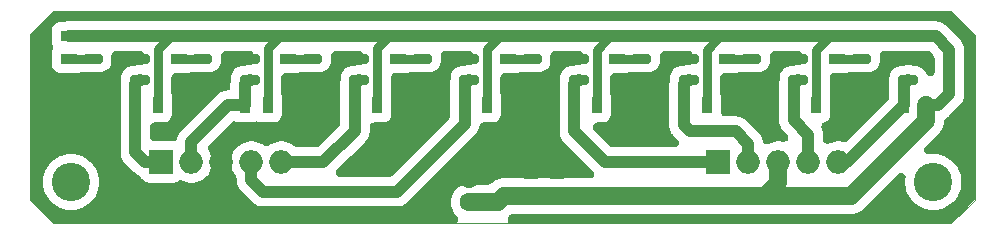
<source format=gbr>
%TF.GenerationSoftware,KiCad,Pcbnew,(7.0.0)*%
%TF.CreationDate,2023-10-30T21:48:47-03:00*%
%TF.ProjectId,QRE1113_Line_Sensors_x8,51524531-3131-4335-9f4c-696e655f5365,rev?*%
%TF.SameCoordinates,Original*%
%TF.FileFunction,Copper,L2,Bot*%
%TF.FilePolarity,Positive*%
%FSLAX46Y46*%
G04 Gerber Fmt 4.6, Leading zero omitted, Abs format (unit mm)*
G04 Created by KiCad (PCBNEW (7.0.0)) date 2023-10-30 21:48:47*
%MOMM*%
%LPD*%
G01*
G04 APERTURE LIST*
G04 Aperture macros list*
%AMRoundRect*
0 Rectangle with rounded corners*
0 $1 Rounding radius*
0 $2 $3 $4 $5 $6 $7 $8 $9 X,Y pos of 4 corners*
0 Add a 4 corners polygon primitive as box body*
4,1,4,$2,$3,$4,$5,$6,$7,$8,$9,$2,$3,0*
0 Add four circle primitives for the rounded corners*
1,1,$1+$1,$2,$3*
1,1,$1+$1,$4,$5*
1,1,$1+$1,$6,$7*
1,1,$1+$1,$8,$9*
0 Add four rect primitives between the rounded corners*
20,1,$1+$1,$2,$3,$4,$5,0*
20,1,$1+$1,$4,$5,$6,$7,0*
20,1,$1+$1,$6,$7,$8,$9,0*
20,1,$1+$1,$8,$9,$2,$3,0*%
G04 Aperture macros list end*
%TA.AperFunction,ComponentPad*%
%ADD10C,3.250000*%
%TD*%
%TA.AperFunction,ComponentPad*%
%ADD11R,2.000000X2.000000*%
%TD*%
%TA.AperFunction,ComponentPad*%
%ADD12O,2.000000X2.000000*%
%TD*%
%TA.AperFunction,ComponentPad*%
%ADD13C,1.600000*%
%TD*%
%TA.AperFunction,SMDPad,CuDef*%
%ADD14R,0.889000X1.397000*%
%TD*%
%TA.AperFunction,SMDPad,CuDef*%
%ADD15RoundRect,0.197500X-0.632500X0.197500X-0.632500X-0.197500X0.632500X-0.197500X0.632500X0.197500X0*%
%TD*%
%TA.AperFunction,SMDPad,CuDef*%
%ADD16RoundRect,0.250000X0.475000X-0.337500X0.475000X0.337500X-0.475000X0.337500X-0.475000X-0.337500X0*%
%TD*%
%TA.AperFunction,SMDPad,CuDef*%
%ADD17R,1.397000X0.889000*%
%TD*%
%TA.AperFunction,ViaPad*%
%ADD18C,1.000000*%
%TD*%
%TA.AperFunction,Conductor*%
%ADD19C,0.750000*%
%TD*%
%TA.AperFunction,Conductor*%
%ADD20C,1.500000*%
%TD*%
%TA.AperFunction,Conductor*%
%ADD21C,1.000000*%
%TD*%
%TA.AperFunction,Profile*%
%ADD22C,0.100000*%
%TD*%
G04 APERTURE END LIST*
D10*
%TO.P,H1,1*%
%TO.N,N/C*%
X123500000Y-70500000D03*
%TD*%
%TO.P,H2,1*%
%TO.N,N/C*%
X196500000Y-70500000D03*
%TD*%
D11*
%TO.P,J2,1,Pin_1*%
%TO.N,/OUT_8*%
X131137499Y-68789999D03*
D12*
%TO.P,J2,2,Pin_2*%
%TO.N,/OUT_7*%
X133677499Y-68789999D03*
%TO.P,J2,3,Pin_3*%
%TO.N,GND*%
X136217499Y-68789999D03*
%TO.P,J2,4,Pin_4*%
%TO.N,/OUT_5*%
X138757499Y-68789999D03*
%TO.P,J2,5,Pin_5*%
%TO.N,/OUT_6*%
X141297499Y-68789999D03*
%TD*%
D11*
%TO.P,J1,1,Pin_1*%
%TO.N,/OUT_4*%
X178302499Y-68789999D03*
D12*
%TO.P,J1,2,Pin_2*%
%TO.N,/OUT_3*%
X180842499Y-68789999D03*
%TO.P,J1,3,Pin_3*%
%TO.N,+3V3*%
X183382499Y-68789999D03*
%TO.P,J1,4,Pin_4*%
%TO.N,/OUT_2*%
X185922499Y-68789999D03*
%TO.P,J1,5,Pin_5*%
%TO.N,/OUT_1*%
X188462499Y-68789999D03*
%TD*%
D13*
%TO.P,C2,1*%
%TO.N,+3V3*%
X157200000Y-72200000D03*
%TO.P,C2,2*%
%TO.N,GND*%
X157200000Y-70200000D03*
%TD*%
D14*
%TO.P,R14,1*%
%TO.N,/OUT_6*%
X147520849Y-63999999D03*
%TO.P,R14,2*%
%TO.N,+3V3*%
X149425849Y-63999999D03*
%TD*%
D15*
%TO.P,U8,1,A*%
%TO.N,Net-(U8-A)*%
X125322499Y-60040000D03*
%TO.P,U8,2,K*%
%TO.N,GND*%
X129322499Y-60040000D03*
%TO.P,U8,3*%
%TO.N,/OUT_8*%
X129322499Y-61840000D03*
%TO.P,U8,4*%
%TO.N,GND*%
X125322499Y-61840000D03*
%TD*%
D14*
%TO.P,R16,1*%
%TO.N,/OUT_8*%
X128936998Y-63999999D03*
%TO.P,R16,2*%
%TO.N,+3V3*%
X130841998Y-63999999D03*
%TD*%
D15*
%TO.P,U1,1,A*%
%TO.N,Net-(U1-A)*%
X190365970Y-60040000D03*
%TO.P,U1,2,K*%
%TO.N,GND*%
X194365970Y-60040000D03*
%TO.P,U1,3*%
%TO.N,/OUT_1*%
X194365970Y-61840000D03*
%TO.P,U1,4*%
%TO.N,GND*%
X190365970Y-61840000D03*
%TD*%
D16*
%TO.P,C1,1*%
%TO.N,+3V3*%
X164600000Y-71680000D03*
%TO.P,C1,2*%
%TO.N,GND*%
X164600000Y-69605000D03*
%TD*%
D17*
%TO.P,R12,1*%
%TO.N,+3V3*%
X123299999Y-58134999D03*
%TO.P,R12,2*%
%TO.N,Net-(U8-A)*%
X123299999Y-60039999D03*
%TD*%
D15*
%TO.P,U6,1,A*%
%TO.N,Net-(U6-A)*%
X143906350Y-60040000D03*
%TO.P,U6,2,K*%
%TO.N,GND*%
X147906350Y-60040000D03*
%TO.P,U6,3*%
%TO.N,/OUT_6*%
X147906350Y-61840000D03*
%TO.P,U6,4*%
%TO.N,GND*%
X143906350Y-61840000D03*
%TD*%
D14*
%TO.P,R8,1*%
%TO.N,/OUT_4*%
X166104697Y-63999999D03*
%TO.P,R8,2*%
%TO.N,+3V3*%
X168009697Y-63999999D03*
%TD*%
D17*
%TO.P,R2,1*%
%TO.N,+3V3*%
X179035709Y-58134999D03*
%TO.P,R2,2*%
%TO.N,Net-(U2-A)*%
X179035709Y-60039999D03*
%TD*%
%TO.P,R4,1*%
%TO.N,+3V3*%
X160457139Y-58134999D03*
%TO.P,R4,2*%
%TO.N,Net-(U4-A)*%
X160457139Y-60039999D03*
%TD*%
D14*
%TO.P,R6,1*%
%TO.N,/OUT_2*%
X184688545Y-63999999D03*
%TO.P,R6,2*%
%TO.N,+3V3*%
X186593545Y-63999999D03*
%TD*%
D15*
%TO.P,U4,1,A*%
%TO.N,Net-(U4-A)*%
X162490198Y-60040000D03*
%TO.P,U4,2,K*%
%TO.N,GND*%
X166490198Y-60040000D03*
%TO.P,U4,3*%
%TO.N,/OUT_4*%
X166490198Y-61840000D03*
%TO.P,U4,4*%
%TO.N,GND*%
X162490198Y-61840000D03*
%TD*%
%TO.P,U7,1,A*%
%TO.N,Net-(U7-A)*%
X134614426Y-60040000D03*
%TO.P,U7,2,K*%
%TO.N,GND*%
X138614426Y-60040000D03*
%TO.P,U7,3*%
%TO.N,/OUT_7*%
X138614426Y-61840000D03*
%TO.P,U7,4*%
%TO.N,GND*%
X134614426Y-61840000D03*
%TD*%
D17*
%TO.P,R3,1*%
%TO.N,+3V3*%
X169746424Y-58134999D03*
%TO.P,R3,2*%
%TO.N,Net-(U3-A)*%
X169746424Y-60039999D03*
%TD*%
D14*
%TO.P,R15,1*%
%TO.N,/OUT_7*%
X138228925Y-63999999D03*
%TO.P,R15,2*%
%TO.N,+3V3*%
X140133925Y-63999999D03*
%TD*%
D15*
%TO.P,U3,1,A*%
%TO.N,Net-(U3-A)*%
X171782122Y-60040000D03*
%TO.P,U3,2,K*%
%TO.N,GND*%
X175782122Y-60040000D03*
%TO.P,U3,3*%
%TO.N,/OUT_3*%
X175782122Y-61840000D03*
%TO.P,U3,4*%
%TO.N,GND*%
X171782122Y-61840000D03*
%TD*%
D14*
%TO.P,R13,1*%
%TO.N,/OUT_5*%
X156812773Y-63999999D03*
%TO.P,R13,2*%
%TO.N,+3V3*%
X158717773Y-63999999D03*
%TD*%
D17*
%TO.P,R9,1*%
%TO.N,+3V3*%
X151167854Y-58134999D03*
%TO.P,R9,2*%
%TO.N,Net-(U5-A)*%
X151167854Y-60039999D03*
%TD*%
%TO.P,R10,1*%
%TO.N,+3V3*%
X141878569Y-58134999D03*
%TO.P,R10,2*%
%TO.N,Net-(U6-A)*%
X141878569Y-60039999D03*
%TD*%
%TO.P,R1,1*%
%TO.N,+3V3*%
X188324999Y-58134999D03*
%TO.P,R1,2*%
%TO.N,Net-(U1-A)*%
X188324999Y-60039999D03*
%TD*%
%TO.P,R11,1*%
%TO.N,+3V3*%
X132589284Y-58134999D03*
%TO.P,R11,2*%
%TO.N,Net-(U7-A)*%
X132589284Y-60039999D03*
%TD*%
D14*
%TO.P,R5,1*%
%TO.N,/OUT_1*%
X193980469Y-63999999D03*
%TO.P,R5,2*%
%TO.N,+3V3*%
X195885469Y-63999999D03*
%TD*%
D16*
%TO.P,C3,1*%
%TO.N,+3V3*%
X162430000Y-71680000D03*
%TO.P,C3,2*%
%TO.N,GND*%
X162430000Y-69605000D03*
%TD*%
D14*
%TO.P,R7,1*%
%TO.N,/OUT_3*%
X175396621Y-63999999D03*
%TO.P,R7,2*%
%TO.N,+3V3*%
X177301621Y-63999999D03*
%TD*%
D15*
%TO.P,U2,1,A*%
%TO.N,Net-(U2-A)*%
X181074046Y-60040000D03*
%TO.P,U2,2,K*%
%TO.N,GND*%
X185074046Y-60040000D03*
%TO.P,U2,3*%
%TO.N,/OUT_2*%
X185074046Y-61840000D03*
%TO.P,U2,4*%
%TO.N,GND*%
X181074046Y-61840000D03*
%TD*%
%TO.P,U5,1,A*%
%TO.N,Net-(U5-A)*%
X153198274Y-60040000D03*
%TO.P,U5,2,K*%
%TO.N,GND*%
X157198274Y-60040000D03*
%TO.P,U5,3*%
%TO.N,/OUT_5*%
X157198274Y-61840000D03*
%TO.P,U5,4*%
%TO.N,GND*%
X153198274Y-61840000D03*
%TD*%
D18*
%TO.N,GND*%
X125318453Y-64190000D03*
X143902304Y-64190000D03*
X181070000Y-64190000D03*
X171778076Y-64190000D03*
X190361924Y-64190000D03*
X133110000Y-64190000D03*
X162486152Y-64190000D03*
X153194228Y-64190000D03*
%TD*%
D19*
%TO.N,+3V3*%
X169145000Y-58135000D02*
X169746425Y-58135000D01*
D20*
X195885470Y-64000000D02*
X195885470Y-65324530D01*
D21*
X197850000Y-63050000D02*
X196900000Y-64000000D01*
D20*
X162430000Y-71680000D02*
X160120000Y-71680000D01*
D19*
X158717774Y-59192226D02*
X159775000Y-58135000D01*
D20*
X183382500Y-70567500D02*
X183382500Y-68790000D01*
D21*
X196685000Y-58135000D02*
X197850000Y-59300000D01*
D20*
X160120000Y-71680000D02*
X159600000Y-72200000D01*
D19*
X177301622Y-59288378D02*
X178455000Y-58135000D01*
X140133926Y-64000000D02*
X140133926Y-59176074D01*
X168009698Y-59270302D02*
X169145000Y-58135000D01*
D20*
X164600000Y-71680000D02*
X181790000Y-71680000D01*
D21*
X159775000Y-58135000D02*
X196685000Y-58135000D01*
D20*
X181790000Y-71680000D02*
X182270000Y-71680000D01*
D19*
X149425850Y-59109150D02*
X150400000Y-58135000D01*
D20*
X189530000Y-71680000D02*
X181790000Y-71680000D01*
X159600000Y-72200000D02*
X157200000Y-72200000D01*
X182270000Y-71680000D02*
X183382500Y-70567500D01*
D19*
X130860000Y-63860000D02*
X130860000Y-59250000D01*
X149425850Y-64000000D02*
X149425850Y-59109150D01*
D21*
X123300000Y-58135000D02*
X141175000Y-58135000D01*
D19*
X178455000Y-58135000D02*
X179035710Y-58135000D01*
X131975000Y-58135000D02*
X132600000Y-58135000D01*
X186593546Y-64000000D02*
X186593546Y-59326454D01*
X177301622Y-64000000D02*
X177301622Y-59288378D01*
X158717774Y-64000000D02*
X158717774Y-59192226D01*
D21*
X197850000Y-59300000D02*
X197850000Y-63050000D01*
D19*
X186593546Y-59326454D02*
X187785000Y-58135000D01*
D20*
X195885470Y-65324530D02*
X189530000Y-71680000D01*
X164600000Y-71680000D02*
X162430000Y-71680000D01*
D19*
X130860000Y-59250000D02*
X131975000Y-58135000D01*
X168009698Y-64000000D02*
X168009698Y-59270302D01*
X140133926Y-59176074D02*
X141175000Y-58135000D01*
D21*
X196900000Y-64000000D02*
X195885470Y-64000000D01*
X150400000Y-58135000D02*
X159775000Y-58135000D01*
X141175000Y-58135000D02*
X150400000Y-58135000D01*
D19*
X187785000Y-58135000D02*
X188325000Y-58135000D01*
%TO.N,Net-(U1-A)*%
X188325000Y-60040000D02*
X190365970Y-60040000D01*
%TO.N,Net-(U2-A)*%
X179035710Y-60040000D02*
X181074046Y-60040000D01*
%TO.N,Net-(U3-A)*%
X169746425Y-60040000D02*
X171782122Y-60040000D01*
%TO.N,Net-(U4-A)*%
X160457140Y-60040000D02*
X162490198Y-60040000D01*
D21*
%TO.N,/OUT_1*%
X193980470Y-64000000D02*
X193980470Y-62225500D01*
X193980470Y-62225500D02*
X194365970Y-61840000D01*
X188462500Y-68790000D02*
X189190470Y-68790000D01*
X189190470Y-68790000D02*
X193980470Y-64000000D01*
%TO.N,/OUT_2*%
X185922500Y-68790000D02*
X185922500Y-66485408D01*
X184688546Y-65251454D02*
X184688546Y-64000000D01*
X185922500Y-66485408D02*
X184688546Y-65251454D01*
X184688546Y-64000000D02*
X184688546Y-62225500D01*
X184688546Y-62225500D02*
X185074046Y-61840000D01*
%TO.N,/OUT_3*%
X179776622Y-66186622D02*
X175910000Y-66186622D01*
X175396622Y-65673244D02*
X175396622Y-64000000D01*
X175396622Y-62225500D02*
X175782122Y-61840000D01*
X175396622Y-64000000D02*
X175396622Y-62225500D01*
X175910000Y-66186622D02*
X175396622Y-65673244D01*
X180842500Y-68790000D02*
X180842500Y-67252500D01*
X180842500Y-67252500D02*
X179776622Y-66186622D01*
%TO.N,/OUT_4*%
X166104698Y-66204698D02*
X166104698Y-64000000D01*
X166104698Y-62225500D02*
X166490198Y-61840000D01*
X178302500Y-68790000D02*
X168690000Y-68790000D01*
X168690000Y-68790000D02*
X166104698Y-66204698D01*
X166104698Y-64000000D02*
X166104698Y-62225500D01*
D19*
%TO.N,Net-(U5-A)*%
X151167855Y-60040000D02*
X153198274Y-60040000D01*
%TO.N,Net-(U6-A)*%
X141878570Y-60040000D02*
X143906350Y-60040000D01*
%TO.N,Net-(U7-A)*%
X132600000Y-60040000D02*
X134614426Y-60040000D01*
%TO.N,Net-(U8-A)*%
X123300000Y-60040000D02*
X125322499Y-60040000D01*
D21*
%TO.N,/OUT_5*%
X138757500Y-68790000D02*
X138757500Y-70287500D01*
X151070000Y-71310000D02*
X156812774Y-65567226D01*
X138757500Y-70287500D02*
X139780000Y-71310000D01*
X156812774Y-65567226D02*
X156812774Y-64000000D01*
X156812774Y-62225500D02*
X157198274Y-61840000D01*
X156812774Y-64000000D02*
X156812774Y-62225500D01*
X139780000Y-71310000D02*
X151070000Y-71310000D01*
%TO.N,/OUT_6*%
X147520850Y-62225500D02*
X147906350Y-61840000D01*
X144860000Y-68790000D02*
X147520850Y-66129150D01*
X141297500Y-68790000D02*
X144860000Y-68790000D01*
X147520850Y-66129150D02*
X147520850Y-64000000D01*
X147520850Y-64000000D02*
X147520850Y-62225500D01*
%TO.N,/OUT_7*%
X133677500Y-68790000D02*
X133677500Y-67082500D01*
X138228926Y-62225500D02*
X138614426Y-61840000D01*
X136760000Y-64000000D02*
X138228926Y-64000000D01*
X138228926Y-64000000D02*
X138228926Y-62225500D01*
X133677500Y-67082500D02*
X136760000Y-64000000D01*
%TO.N,/OUT_8*%
X128936999Y-62225500D02*
X129322499Y-61840000D01*
X129760000Y-68790000D02*
X128936999Y-67966999D01*
X128936999Y-64000000D02*
X128936999Y-62225500D01*
X131137500Y-68790000D02*
X129760000Y-68790000D01*
X128936999Y-67966999D02*
X128936999Y-64000000D01*
%TD*%
%TA.AperFunction,Conductor*%
%TO.N,GND*%
G36*
X197941674Y-56013244D02*
G01*
X198031876Y-56050606D01*
X198109334Y-56110042D01*
X199889958Y-57890665D01*
X199949393Y-57968123D01*
X199986756Y-58058325D01*
X199999500Y-58155123D01*
X199999500Y-71844877D01*
X199986756Y-71941675D01*
X199949393Y-72031877D01*
X199889958Y-72109335D01*
X198109334Y-73889958D01*
X198031876Y-73949394D01*
X197941674Y-73986756D01*
X197844876Y-73999500D01*
X160819176Y-73999500D01*
X160708764Y-73982831D01*
X160608194Y-73934308D01*
X160526431Y-73858259D01*
X160470764Y-73761461D01*
X160446155Y-73652543D01*
X160454797Y-73541215D01*
X160495920Y-73437399D01*
X160565859Y-73350352D01*
X160566026Y-73350197D01*
X160587768Y-73330182D01*
X160599310Y-73319990D01*
X160617126Y-73304902D01*
X160631977Y-73290049D01*
X160709436Y-73230611D01*
X160799641Y-73193245D01*
X160896443Y-73180500D01*
X162367933Y-73180500D01*
X162492067Y-73180500D01*
X164537933Y-73180500D01*
X164662067Y-73180500D01*
X181727933Y-73180500D01*
X181852067Y-73180500D01*
X182153616Y-73180500D01*
X182176970Y-73181949D01*
X182176976Y-73181805D01*
X182192435Y-73182444D01*
X182207779Y-73184357D01*
X182293322Y-73180818D01*
X182308777Y-73180500D01*
X182332067Y-73180500D01*
X189413616Y-73180500D01*
X189436970Y-73181949D01*
X189436976Y-73181805D01*
X189452435Y-73182444D01*
X189467779Y-73184357D01*
X189553322Y-73180818D01*
X189568777Y-73180500D01*
X189584343Y-73180500D01*
X189592067Y-73180500D01*
X189615299Y-73178574D01*
X189630685Y-73177618D01*
X189716237Y-73174081D01*
X189731384Y-73170904D01*
X189746726Y-73168992D01*
X189746744Y-73169138D01*
X189747167Y-73169077D01*
X189747143Y-73168932D01*
X189762406Y-73166385D01*
X189777821Y-73165108D01*
X189860840Y-73144083D01*
X189875809Y-73140620D01*
X189959614Y-73123049D01*
X189974027Y-73117424D01*
X189988856Y-73113010D01*
X189988898Y-73113151D01*
X189989300Y-73113022D01*
X189989253Y-73112883D01*
X190003879Y-73107861D01*
X190018881Y-73104063D01*
X190097265Y-73069679D01*
X190111512Y-73063778D01*
X190191274Y-73032656D01*
X190204561Y-73024737D01*
X190218465Y-73017941D01*
X190218529Y-73018072D01*
X190218903Y-73017879D01*
X190218833Y-73017750D01*
X190232436Y-73010388D01*
X190246607Y-73004173D01*
X190318273Y-72957350D01*
X190331344Y-72949191D01*
X190404894Y-72905366D01*
X190416703Y-72895363D01*
X190429288Y-72886378D01*
X190429374Y-72886499D01*
X190429712Y-72886248D01*
X190429621Y-72886131D01*
X190441834Y-72876624D01*
X190454785Y-72868164D01*
X190517767Y-72810183D01*
X190529310Y-72799990D01*
X190547126Y-72784902D01*
X190563627Y-72768399D01*
X190574761Y-72757717D01*
X190637738Y-72699744D01*
X190647246Y-72687527D01*
X190657716Y-72676154D01*
X190657824Y-72676253D01*
X190673298Y-72658728D01*
X193515531Y-69816495D01*
X193611831Y-69746890D01*
X193725107Y-69711004D01*
X193843924Y-69712462D01*
X193956286Y-69751116D01*
X194050852Y-69823065D01*
X194118076Y-69921047D01*
X194151173Y-70035170D01*
X194146801Y-70153914D01*
X194142157Y-70177258D01*
X194142154Y-70177278D01*
X194139769Y-70189270D01*
X194138968Y-70201486D01*
X194138968Y-70201489D01*
X194134079Y-70276087D01*
X194119403Y-70500000D01*
X194120204Y-70512221D01*
X194131643Y-70686757D01*
X194139769Y-70810730D01*
X194142157Y-70822735D01*
X194198130Y-71104132D01*
X194198132Y-71104141D01*
X194200520Y-71116144D01*
X194204457Y-71127742D01*
X194296678Y-71399419D01*
X194296681Y-71399428D01*
X194300615Y-71411015D01*
X194438343Y-71690299D01*
X194611345Y-71949216D01*
X194816664Y-72183336D01*
X195050784Y-72388655D01*
X195309701Y-72561657D01*
X195588985Y-72699385D01*
X195883856Y-72799480D01*
X196189270Y-72860231D01*
X196500000Y-72880597D01*
X196810730Y-72860231D01*
X197116144Y-72799480D01*
X197411015Y-72699385D01*
X197690299Y-72561657D01*
X197949216Y-72388655D01*
X198183336Y-72183336D01*
X198388655Y-71949216D01*
X198561657Y-71690299D01*
X198699385Y-71411015D01*
X198799480Y-71116144D01*
X198860231Y-70810730D01*
X198880597Y-70500000D01*
X198860231Y-70189270D01*
X198799480Y-69883856D01*
X198699385Y-69588985D01*
X198561657Y-69309702D01*
X198388655Y-69050784D01*
X198183336Y-68816664D01*
X198129103Y-68769103D01*
X197958418Y-68619415D01*
X197949216Y-68611345D01*
X197690299Y-68438343D01*
X197679320Y-68432928D01*
X197679317Y-68432927D01*
X197422000Y-68306032D01*
X197421997Y-68306030D01*
X197411015Y-68300615D01*
X197399428Y-68296681D01*
X197399419Y-68296678D01*
X197127742Y-68204457D01*
X197116144Y-68200520D01*
X197104141Y-68198132D01*
X197104132Y-68198130D01*
X196822735Y-68142157D01*
X196810730Y-68139769D01*
X196798511Y-68138968D01*
X196798510Y-68138968D01*
X196512221Y-68120204D01*
X196500000Y-68119403D01*
X196487779Y-68120204D01*
X196422234Y-68124500D01*
X196201489Y-68138968D01*
X196201486Y-68138968D01*
X196189270Y-68139769D01*
X196177278Y-68142154D01*
X196177258Y-68142157D01*
X196153914Y-68146801D01*
X196035170Y-68151173D01*
X195921047Y-68118076D01*
X195823065Y-68050852D01*
X195751116Y-67956286D01*
X195712462Y-67843924D01*
X195711004Y-67725107D01*
X195746890Y-67611831D01*
X195816495Y-67515531D01*
X196864198Y-66467828D01*
X196881723Y-66452354D01*
X196881624Y-66452246D01*
X196892997Y-66441776D01*
X196905214Y-66432268D01*
X196963187Y-66369291D01*
X196973869Y-66358157D01*
X196990372Y-66341656D01*
X197005460Y-66323840D01*
X197015653Y-66312297D01*
X197073634Y-66249315D01*
X197082094Y-66236364D01*
X197091601Y-66224151D01*
X197091718Y-66224242D01*
X197091968Y-66223906D01*
X197091847Y-66223820D01*
X197100834Y-66211232D01*
X197110836Y-66199424D01*
X197149964Y-66133757D01*
X197154651Y-66125892D01*
X197162819Y-66112804D01*
X197209643Y-66041137D01*
X197215859Y-66026963D01*
X197223220Y-66013364D01*
X197223349Y-66013434D01*
X197223543Y-66013056D01*
X197223412Y-66012992D01*
X197230204Y-65999096D01*
X197238126Y-65985803D01*
X197269263Y-65906000D01*
X197275134Y-65891829D01*
X197309533Y-65813411D01*
X197313331Y-65798410D01*
X197318355Y-65783778D01*
X197318493Y-65783825D01*
X197318621Y-65783428D01*
X197318480Y-65783386D01*
X197322894Y-65768557D01*
X197328519Y-65754144D01*
X197346090Y-65670339D01*
X197349553Y-65655370D01*
X197370578Y-65572351D01*
X197371855Y-65556936D01*
X197374402Y-65541673D01*
X197374547Y-65541697D01*
X197374608Y-65541274D01*
X197374462Y-65541256D01*
X197376374Y-65525914D01*
X197379551Y-65510767D01*
X197383088Y-65425215D01*
X197384044Y-65409829D01*
X197385970Y-65386597D01*
X197385970Y-65378870D01*
X197386290Y-65371138D01*
X197387462Y-65371186D01*
X197398354Y-65287248D01*
X197434685Y-65198124D01*
X197492558Y-65121223D01*
X197545291Y-65079650D01*
X197543970Y-65077832D01*
X197601029Y-65036375D01*
X197620323Y-65022356D01*
X197627091Y-65017554D01*
X197704654Y-64963820D01*
X197714646Y-64953827D01*
X197726078Y-64945522D01*
X197791281Y-64877323D01*
X197797060Y-64871412D01*
X198669740Y-63998732D01*
X198701008Y-63970791D01*
X198717666Y-63957508D01*
X198755722Y-63913948D01*
X198762442Y-63906763D01*
X198762338Y-63906668D01*
X198767997Y-63900475D01*
X198773945Y-63894529D01*
X198798279Y-63865379D01*
X198803727Y-63859002D01*
X198865765Y-63787996D01*
X198873012Y-63775865D01*
X198882068Y-63765019D01*
X198928639Y-63682941D01*
X198932801Y-63675794D01*
X198981215Y-63594764D01*
X198986180Y-63581532D01*
X198993153Y-63569245D01*
X199024330Y-63480143D01*
X199027129Y-63472424D01*
X199060307Y-63384024D01*
X199062829Y-63370123D01*
X199067498Y-63356782D01*
X199082253Y-63263617D01*
X199083652Y-63255379D01*
X199100500Y-63162547D01*
X199100500Y-63148414D01*
X199102710Y-63134460D01*
X199100593Y-63040166D01*
X199100500Y-63031776D01*
X199100500Y-59391224D01*
X199102850Y-59349366D01*
X199105238Y-59328173D01*
X199101346Y-59270461D01*
X199101015Y-59260619D01*
X199100877Y-59260626D01*
X199100500Y-59252233D01*
X199100500Y-59243845D01*
X199097092Y-59205996D01*
X199096442Y-59197731D01*
X199090096Y-59103588D01*
X199086643Y-59089887D01*
X199085377Y-59075812D01*
X199060251Y-58984775D01*
X199058163Y-58976864D01*
X199035096Y-58885317D01*
X199029252Y-58872452D01*
X199025493Y-58858830D01*
X198984526Y-58773761D01*
X198981040Y-58766308D01*
X198942007Y-58680374D01*
X198933960Y-58668759D01*
X198927829Y-58656027D01*
X198917955Y-58642436D01*
X198872385Y-58579713D01*
X198867531Y-58572873D01*
X198861870Y-58564703D01*
X198813820Y-58495346D01*
X198803827Y-58485353D01*
X198795522Y-58473922D01*
X198727372Y-58408764D01*
X198721371Y-58402897D01*
X197633740Y-57315266D01*
X197605792Y-57283992D01*
X197592508Y-57267334D01*
X197579864Y-57256287D01*
X197579862Y-57256285D01*
X197548950Y-57229278D01*
X197541757Y-57222554D01*
X197541664Y-57222657D01*
X197535467Y-57216993D01*
X197529529Y-57211055D01*
X197500365Y-57186707D01*
X197494101Y-57181358D01*
X197422996Y-57119235D01*
X197410865Y-57111987D01*
X197400019Y-57102932D01*
X197385411Y-57094643D01*
X197385408Y-57094641D01*
X197317988Y-57056386D01*
X197310738Y-57052164D01*
X197244184Y-57012400D01*
X197244180Y-57012398D01*
X197229764Y-57003785D01*
X197216532Y-56998819D01*
X197204245Y-56991847D01*
X197188401Y-56986303D01*
X197188395Y-56986300D01*
X197115194Y-56960686D01*
X197107360Y-56957845D01*
X197019024Y-56924693D01*
X197005124Y-56922170D01*
X196991783Y-56917502D01*
X196975204Y-56914876D01*
X196975196Y-56914874D01*
X196898627Y-56902747D01*
X196890358Y-56901342D01*
X196814072Y-56887498D01*
X196814063Y-56887497D01*
X196797547Y-56884500D01*
X196783414Y-56884500D01*
X196769460Y-56882290D01*
X196752677Y-56882666D01*
X196752669Y-56882666D01*
X196675167Y-56884406D01*
X196666776Y-56884500D01*
X159887547Y-56884500D01*
X150512547Y-56884500D01*
X141287547Y-56884500D01*
X123243845Y-56884500D01*
X123235496Y-56885251D01*
X123235482Y-56885252D01*
X123092545Y-56898116D01*
X123092533Y-56898118D01*
X123075812Y-56899623D01*
X122978339Y-56926523D01*
X122878848Y-56940000D01*
X122561017Y-56940000D01*
X122560997Y-56940000D01*
X122551492Y-56940001D01*
X122542033Y-56940967D01*
X122542018Y-56940968D01*
X122469021Y-56948425D01*
X122469016Y-56948425D01*
X122448703Y-56950501D01*
X122429314Y-56956925D01*
X122429313Y-56956926D01*
X122302846Y-56998833D01*
X122302843Y-56998834D01*
X122282166Y-57005686D01*
X122263628Y-57017119D01*
X122263624Y-57017122D01*
X122151388Y-57086349D01*
X122151382Y-57086353D01*
X122132844Y-57097788D01*
X122117441Y-57113190D01*
X122117437Y-57113194D01*
X122024194Y-57206437D01*
X122024190Y-57206441D01*
X122008788Y-57221844D01*
X121997353Y-57240382D01*
X121997349Y-57240388D01*
X121928122Y-57352624D01*
X121928119Y-57352628D01*
X121916686Y-57371166D01*
X121909834Y-57391843D01*
X121909833Y-57391846D01*
X121867925Y-57518314D01*
X121867923Y-57518321D01*
X121861501Y-57537703D01*
X121859425Y-57558020D01*
X121859425Y-57558022D01*
X121851967Y-57631019D01*
X121851966Y-57631032D01*
X121851000Y-57640491D01*
X121851000Y-57650006D01*
X121851000Y-57650007D01*
X121851000Y-58619983D01*
X121851000Y-58620002D01*
X121851001Y-58629508D01*
X121851967Y-58638967D01*
X121851968Y-58638981D01*
X121859425Y-58711978D01*
X121861501Y-58732297D01*
X121916686Y-58898834D01*
X121928121Y-58917374D01*
X121933748Y-58929440D01*
X121964840Y-59033293D01*
X121964841Y-59141701D01*
X121933750Y-59245554D01*
X121928118Y-59257631D01*
X121916686Y-59276166D01*
X121909836Y-59296837D01*
X121909834Y-59296842D01*
X121867925Y-59423314D01*
X121867923Y-59423321D01*
X121861501Y-59442703D01*
X121859425Y-59463020D01*
X121859425Y-59463022D01*
X121851967Y-59536019D01*
X121851966Y-59536032D01*
X121851000Y-59545491D01*
X121851000Y-59555006D01*
X121851000Y-59555007D01*
X121851000Y-60524983D01*
X121851000Y-60525002D01*
X121851001Y-60534508D01*
X121851967Y-60543967D01*
X121851968Y-60543981D01*
X121858709Y-60609965D01*
X121861501Y-60637297D01*
X121916686Y-60803834D01*
X121928121Y-60822374D01*
X121928122Y-60822375D01*
X121943227Y-60846865D01*
X122008788Y-60953156D01*
X122132844Y-61077212D01*
X122282166Y-61169314D01*
X122448703Y-61224499D01*
X122551491Y-61235000D01*
X124048508Y-61234999D01*
X124151297Y-61224499D01*
X124272054Y-61184483D01*
X124389695Y-61165500D01*
X124443157Y-61165500D01*
X124508021Y-61171474D01*
X124521891Y-61175443D01*
X124635009Y-61185500D01*
X126001692Y-61185500D01*
X126009989Y-61185500D01*
X126123107Y-61175443D01*
X126308473Y-61122403D01*
X126479367Y-61033135D01*
X126628793Y-60911294D01*
X126750634Y-60761868D01*
X126839902Y-60590974D01*
X126892942Y-60405608D01*
X126902999Y-60292490D01*
X126902999Y-59787510D01*
X126902265Y-59779261D01*
X126902124Y-59776067D01*
X126916189Y-59656607D01*
X126967448Y-59547790D01*
X127050597Y-59460871D01*
X127157037Y-59404843D01*
X127275757Y-59385500D01*
X129360500Y-59385500D01*
X129476072Y-59403805D01*
X129580332Y-59456928D01*
X129663072Y-59539668D01*
X129716195Y-59643928D01*
X129734500Y-59759500D01*
X129734500Y-60212396D01*
X129715672Y-60329565D01*
X129661085Y-60434937D01*
X129576234Y-60517904D01*
X129469662Y-60570110D01*
X129357603Y-60585544D01*
X129350671Y-60584763D01*
X129333908Y-60585893D01*
X129333906Y-60585893D01*
X129142847Y-60598773D01*
X129142835Y-60598774D01*
X129126086Y-60599904D01*
X129109802Y-60604007D01*
X129109797Y-60604008D01*
X128924103Y-60650799D01*
X128924095Y-60650801D01*
X128907815Y-60654904D01*
X128892519Y-60661851D01*
X128876673Y-60667397D01*
X128876508Y-60666927D01*
X128818813Y-60686033D01*
X128739684Y-60694500D01*
X128635009Y-60694500D01*
X128626757Y-60695233D01*
X128626749Y-60695234D01*
X128539594Y-60702983D01*
X128539593Y-60702983D01*
X128521891Y-60704557D01*
X128504811Y-60709444D01*
X128504801Y-60709446D01*
X128354759Y-60752379D01*
X128354753Y-60752381D01*
X128336525Y-60757597D01*
X128319718Y-60766375D01*
X128319711Y-60766379D01*
X128182442Y-60838083D01*
X128182437Y-60838086D01*
X128165631Y-60846865D01*
X128150941Y-60858842D01*
X128150932Y-60858849D01*
X128030906Y-60956718D01*
X128030901Y-60956722D01*
X128016205Y-60968706D01*
X128004221Y-60983402D01*
X128004217Y-60983407D01*
X127906348Y-61103433D01*
X127906341Y-61103442D01*
X127894364Y-61118132D01*
X127885585Y-61134938D01*
X127885582Y-61134943D01*
X127813878Y-61272212D01*
X127813874Y-61272219D01*
X127805096Y-61289026D01*
X127799880Y-61307254D01*
X127799878Y-61307260D01*
X127756945Y-61457302D01*
X127756943Y-61457312D01*
X127752056Y-61474392D01*
X127750482Y-61492094D01*
X127750482Y-61492095D01*
X127750257Y-61494632D01*
X127741999Y-61587510D01*
X127741999Y-61595807D01*
X127741999Y-61790876D01*
X127736716Y-61853518D01*
X127728244Y-61886360D01*
X127728580Y-61886444D01*
X127726692Y-61891476D01*
X127724169Y-61905375D01*
X127719501Y-61918717D01*
X127716875Y-61935292D01*
X127716875Y-61935295D01*
X127704745Y-62011878D01*
X127703340Y-62020147D01*
X127689497Y-62096427D01*
X127689496Y-62096437D01*
X127686499Y-62112953D01*
X127686499Y-62127086D01*
X127684289Y-62141040D01*
X127684665Y-62157821D01*
X127684665Y-62157830D01*
X127686405Y-62235333D01*
X127686499Y-62243724D01*
X127686499Y-67875775D01*
X127684148Y-67917632D01*
X127681761Y-67938826D01*
X127682890Y-67955586D01*
X127682891Y-67955586D01*
X127685652Y-67996537D01*
X127685983Y-68006386D01*
X127686123Y-68006380D01*
X127686499Y-68014757D01*
X127686499Y-68023154D01*
X127687250Y-68031507D01*
X127687252Y-68031534D01*
X127689900Y-68060962D01*
X127690558Y-68069314D01*
X127694279Y-68124500D01*
X127696903Y-68163411D01*
X127700355Y-68177111D01*
X127701622Y-68191187D01*
X127706088Y-68207371D01*
X127706090Y-68207379D01*
X127726722Y-68282137D01*
X127728859Y-68290234D01*
X127751903Y-68381682D01*
X127757746Y-68394546D01*
X127761506Y-68408169D01*
X127768787Y-68423289D01*
X127768788Y-68423291D01*
X127802441Y-68493173D01*
X127805990Y-68500761D01*
X127844992Y-68586625D01*
X127853038Y-68598239D01*
X127859170Y-68610972D01*
X127914639Y-68687319D01*
X127919458Y-68694112D01*
X127963615Y-68757849D01*
X127963618Y-68757852D01*
X127973179Y-68771653D01*
X127983171Y-68781645D01*
X127991477Y-68793077D01*
X128003615Y-68804682D01*
X128059648Y-68858255D01*
X128065649Y-68864123D01*
X128811259Y-69609733D01*
X128839203Y-69641003D01*
X128842018Y-69644533D01*
X128842022Y-69644537D01*
X128852492Y-69657666D01*
X128865134Y-69668711D01*
X128865136Y-69668713D01*
X128896047Y-69695719D01*
X128903245Y-69702448D01*
X128903340Y-69702346D01*
X128909525Y-69707999D01*
X128915470Y-69713944D01*
X128921931Y-69719338D01*
X128921932Y-69719339D01*
X128944617Y-69738279D01*
X128950950Y-69743687D01*
X129022004Y-69805765D01*
X129034134Y-69813012D01*
X129044981Y-69822068D01*
X129125629Y-69867829D01*
X129127004Y-69868609D01*
X129134256Y-69872833D01*
X129200805Y-69912594D01*
X129200814Y-69912598D01*
X129215236Y-69921215D01*
X129228467Y-69926180D01*
X129240755Y-69933153D01*
X129256609Y-69938700D01*
X129271908Y-69945650D01*
X129271244Y-69947111D01*
X129338786Y-69981381D01*
X129412327Y-70047924D01*
X129451930Y-70109800D01*
X129452686Y-70109334D01*
X129519588Y-70217801D01*
X129544788Y-70258656D01*
X129668844Y-70382712D01*
X129818166Y-70474814D01*
X129984703Y-70529999D01*
X130087491Y-70540500D01*
X132187508Y-70540499D01*
X132290297Y-70529999D01*
X132456834Y-70474814D01*
X132582848Y-70397087D01*
X132667832Y-70358370D01*
X132759765Y-70341913D01*
X132852910Y-70348748D01*
X132941450Y-70378445D01*
X133036177Y-70424063D01*
X133286885Y-70501396D01*
X133546318Y-70540500D01*
X133794694Y-70540500D01*
X133808682Y-70540500D01*
X134068115Y-70501396D01*
X134318823Y-70424063D01*
X134555204Y-70310228D01*
X134771979Y-70162433D01*
X134964305Y-69983981D01*
X135127886Y-69778857D01*
X135259068Y-69551643D01*
X135354920Y-69307416D01*
X135413302Y-69051630D01*
X135432908Y-68790000D01*
X135413302Y-68528370D01*
X135354920Y-68272584D01*
X135259068Y-68028357D01*
X135127886Y-67801143D01*
X135129597Y-67800154D01*
X135093498Y-67727295D01*
X135074696Y-67625845D01*
X135084330Y-67523119D01*
X135121666Y-67426933D01*
X135183858Y-67344614D01*
X137063633Y-65464840D01*
X137155394Y-65397559D01*
X137263143Y-65360983D01*
X137376903Y-65358500D01*
X137464822Y-65384125D01*
X137465092Y-65383314D01*
X137631629Y-65438499D01*
X137734417Y-65449000D01*
X138723434Y-65448999D01*
X138826223Y-65438499D01*
X138992760Y-65383314D01*
X139011303Y-65371876D01*
X139023365Y-65366252D01*
X139127221Y-65335159D01*
X139235631Y-65335159D01*
X139339487Y-65366252D01*
X139351549Y-65371876D01*
X139370092Y-65383314D01*
X139536629Y-65438499D01*
X139639417Y-65449000D01*
X140628434Y-65448999D01*
X140731223Y-65438499D01*
X140897760Y-65383314D01*
X141047082Y-65291212D01*
X141171138Y-65167156D01*
X141263240Y-65017834D01*
X141318425Y-64851297D01*
X141328926Y-64748509D01*
X141328925Y-63251492D01*
X141318425Y-63148703D01*
X141278409Y-63027945D01*
X141259426Y-62910305D01*
X141259426Y-61609000D01*
X141277731Y-61493428D01*
X141330854Y-61389168D01*
X141413594Y-61306428D01*
X141517853Y-61253305D01*
X141633426Y-61235000D01*
X142593111Y-61234999D01*
X142627078Y-61234999D01*
X142729867Y-61224499D01*
X142850624Y-61184483D01*
X142968265Y-61165500D01*
X143027008Y-61165500D01*
X143091872Y-61171474D01*
X143105742Y-61175443D01*
X143218860Y-61185500D01*
X144585543Y-61185500D01*
X144593840Y-61185500D01*
X144706958Y-61175443D01*
X144892324Y-61122403D01*
X145063218Y-61033135D01*
X145212644Y-60911294D01*
X145334485Y-60761868D01*
X145423753Y-60590974D01*
X145476793Y-60405608D01*
X145486850Y-60292490D01*
X145486850Y-59787510D01*
X145486116Y-59779261D01*
X145485975Y-59776067D01*
X145500040Y-59656607D01*
X145551299Y-59547790D01*
X145634448Y-59460871D01*
X145740888Y-59404843D01*
X145859608Y-59385500D01*
X147926350Y-59385500D01*
X148041922Y-59403805D01*
X148146182Y-59456928D01*
X148228922Y-59539668D01*
X148282045Y-59643928D01*
X148300350Y-59759500D01*
X148300350Y-60211991D01*
X148281523Y-60329158D01*
X148226938Y-60434528D01*
X148142090Y-60517494D01*
X148035522Y-60569702D01*
X147934445Y-60583626D01*
X147934522Y-60584763D01*
X147918213Y-60585862D01*
X147918205Y-60585862D01*
X147917773Y-60585892D01*
X147917766Y-60585892D01*
X147726698Y-60598773D01*
X147726686Y-60598774D01*
X147709937Y-60599904D01*
X147693653Y-60604007D01*
X147693648Y-60604008D01*
X147507954Y-60650799D01*
X147507946Y-60650801D01*
X147491666Y-60654904D01*
X147476370Y-60661851D01*
X147460524Y-60667397D01*
X147460359Y-60666927D01*
X147402664Y-60686033D01*
X147323535Y-60694500D01*
X147218860Y-60694500D01*
X147210608Y-60695233D01*
X147210600Y-60695234D01*
X147123445Y-60702983D01*
X147123444Y-60702983D01*
X147105742Y-60704557D01*
X147088662Y-60709444D01*
X147088652Y-60709446D01*
X146938610Y-60752379D01*
X146938604Y-60752381D01*
X146920376Y-60757597D01*
X146903569Y-60766375D01*
X146903562Y-60766379D01*
X146766293Y-60838083D01*
X146766288Y-60838086D01*
X146749482Y-60846865D01*
X146734792Y-60858842D01*
X146734783Y-60858849D01*
X146614757Y-60956718D01*
X146614752Y-60956722D01*
X146600056Y-60968706D01*
X146588072Y-60983402D01*
X146588068Y-60983407D01*
X146490199Y-61103433D01*
X146490192Y-61103442D01*
X146478215Y-61118132D01*
X146469436Y-61134938D01*
X146469433Y-61134943D01*
X146397729Y-61272212D01*
X146397725Y-61272219D01*
X146388947Y-61289026D01*
X146383731Y-61307254D01*
X146383729Y-61307260D01*
X146340796Y-61457302D01*
X146340794Y-61457312D01*
X146335907Y-61474392D01*
X146334333Y-61492094D01*
X146334333Y-61492095D01*
X146334108Y-61494632D01*
X146325850Y-61587510D01*
X146325850Y-61595807D01*
X146325850Y-61790876D01*
X146320567Y-61853518D01*
X146312095Y-61886360D01*
X146312431Y-61886444D01*
X146310543Y-61891476D01*
X146308020Y-61905375D01*
X146303352Y-61918717D01*
X146300726Y-61935292D01*
X146300726Y-61935295D01*
X146288596Y-62011878D01*
X146287191Y-62020147D01*
X146273348Y-62096427D01*
X146273347Y-62096437D01*
X146270350Y-62112953D01*
X146270350Y-62127086D01*
X146268140Y-62141040D01*
X146268516Y-62157821D01*
X146268516Y-62157830D01*
X146270256Y-62235333D01*
X146270350Y-62243724D01*
X146270350Y-65456260D01*
X146257606Y-65553058D01*
X146220244Y-65643260D01*
X146160808Y-65720718D01*
X144451568Y-67429958D01*
X144374110Y-67489394D01*
X144283908Y-67526756D01*
X144187110Y-67539500D01*
X142670176Y-67539500D01*
X142577889Y-67527935D01*
X142491310Y-67493956D01*
X142415793Y-67439663D01*
X142402237Y-67427085D01*
X142391979Y-67417567D01*
X142175204Y-67269772D01*
X142162596Y-67263700D01*
X142162592Y-67263698D01*
X141951430Y-67162008D01*
X141951425Y-67162006D01*
X141938823Y-67155937D01*
X141925459Y-67151814D01*
X141925452Y-67151812D01*
X141701490Y-67082729D01*
X141701482Y-67082727D01*
X141688115Y-67078604D01*
X141674285Y-67076519D01*
X141674279Y-67076518D01*
X141442510Y-67041584D01*
X141442506Y-67041583D01*
X141428682Y-67039500D01*
X141166318Y-67039500D01*
X141152494Y-67041583D01*
X141152489Y-67041584D01*
X140920720Y-67076518D01*
X140920711Y-67076519D01*
X140906885Y-67078604D01*
X140893520Y-67082726D01*
X140893509Y-67082729D01*
X140669547Y-67151812D01*
X140669536Y-67151816D01*
X140656177Y-67155937D01*
X140643576Y-67162004D01*
X140643569Y-67162008D01*
X140432407Y-67263698D01*
X140432397Y-67263703D01*
X140419796Y-67269772D01*
X140408240Y-67277650D01*
X140408236Y-67277653D01*
X140238181Y-67393595D01*
X140137738Y-67441965D01*
X140027500Y-67458581D01*
X139917262Y-67441965D01*
X139816819Y-67393595D01*
X139646763Y-67277653D01*
X139635204Y-67269772D01*
X139622596Y-67263700D01*
X139622592Y-67263698D01*
X139411430Y-67162008D01*
X139411425Y-67162006D01*
X139398823Y-67155937D01*
X139385459Y-67151814D01*
X139385452Y-67151812D01*
X139161490Y-67082729D01*
X139161482Y-67082727D01*
X139148115Y-67078604D01*
X139134285Y-67076519D01*
X139134279Y-67076518D01*
X138902510Y-67041584D01*
X138902506Y-67041583D01*
X138888682Y-67039500D01*
X138626318Y-67039500D01*
X138612494Y-67041583D01*
X138612489Y-67041584D01*
X138380720Y-67076518D01*
X138380711Y-67076519D01*
X138366885Y-67078604D01*
X138353520Y-67082726D01*
X138353509Y-67082729D01*
X138129547Y-67151812D01*
X138129536Y-67151816D01*
X138116177Y-67155937D01*
X138103576Y-67162004D01*
X138103569Y-67162008D01*
X137892407Y-67263698D01*
X137892397Y-67263703D01*
X137879796Y-67269772D01*
X137868238Y-67277652D01*
X137868233Y-67277655D01*
X137674584Y-67409683D01*
X137674579Y-67409686D01*
X137663021Y-67417567D01*
X137652769Y-67427079D01*
X137652762Y-67427085D01*
X137548964Y-67523396D01*
X137470695Y-67596019D01*
X137461975Y-67606953D01*
X137461968Y-67606961D01*
X137315833Y-67790208D01*
X137315824Y-67790219D01*
X137307114Y-67801143D01*
X137300131Y-67813237D01*
X137300122Y-67813251D01*
X137182928Y-68016238D01*
X137182923Y-68016247D01*
X137175932Y-68028357D01*
X137170822Y-68041375D01*
X137170819Y-68041383D01*
X137085189Y-68259565D01*
X137085186Y-68259571D01*
X137080080Y-68272584D01*
X137076971Y-68286204D01*
X137076967Y-68286218D01*
X137028873Y-68496934D01*
X137021698Y-68528370D01*
X137020652Y-68542317D01*
X137020652Y-68542323D01*
X137014490Y-68624550D01*
X137002092Y-68790000D01*
X137021698Y-69051630D01*
X137024811Y-69065268D01*
X137076967Y-69293781D01*
X137076970Y-69293791D01*
X137080080Y-69307416D01*
X137085188Y-69320431D01*
X137085189Y-69320434D01*
X137159273Y-69509198D01*
X137175932Y-69551643D01*
X137182926Y-69563757D01*
X137182928Y-69563761D01*
X137300122Y-69766748D01*
X137300127Y-69766756D01*
X137307114Y-69778857D01*
X137315829Y-69789786D01*
X137315833Y-69789791D01*
X137425405Y-69927189D01*
X137469962Y-69998101D01*
X137497623Y-70077151D01*
X137507000Y-70160374D01*
X137507000Y-70196276D01*
X137504649Y-70238133D01*
X137502262Y-70259327D01*
X137503391Y-70276087D01*
X137503392Y-70276087D01*
X137506153Y-70317038D01*
X137506484Y-70326887D01*
X137506624Y-70326881D01*
X137507000Y-70335258D01*
X137507000Y-70343655D01*
X137507751Y-70352008D01*
X137507753Y-70352035D01*
X137510401Y-70381463D01*
X137511059Y-70389815D01*
X137516274Y-70467156D01*
X137517404Y-70483912D01*
X137520856Y-70497612D01*
X137522123Y-70511688D01*
X137526589Y-70527872D01*
X137526591Y-70527880D01*
X137547223Y-70602638D01*
X137549360Y-70610735D01*
X137572404Y-70702183D01*
X137578247Y-70715047D01*
X137582007Y-70728670D01*
X137589288Y-70743790D01*
X137589289Y-70743792D01*
X137622942Y-70813674D01*
X137626491Y-70821262D01*
X137665493Y-70907126D01*
X137673539Y-70918740D01*
X137679671Y-70931473D01*
X137735140Y-71007820D01*
X137739959Y-71014613D01*
X137784116Y-71078350D01*
X137784119Y-71078353D01*
X137793680Y-71092154D01*
X137803672Y-71102146D01*
X137811978Y-71113578D01*
X137880149Y-71178756D01*
X137886150Y-71184624D01*
X138831259Y-72129733D01*
X138859203Y-72161003D01*
X138862018Y-72164533D01*
X138862022Y-72164537D01*
X138872492Y-72177666D01*
X138885134Y-72188711D01*
X138885136Y-72188713D01*
X138916047Y-72215719D01*
X138923245Y-72222448D01*
X138923340Y-72222346D01*
X138929525Y-72227999D01*
X138935470Y-72233944D01*
X138941931Y-72239338D01*
X138941932Y-72239339D01*
X138964617Y-72258279D01*
X138970950Y-72263687D01*
X139042004Y-72325765D01*
X139054134Y-72333012D01*
X139064981Y-72342068D01*
X139132861Y-72380584D01*
X139147004Y-72388609D01*
X139154256Y-72392833D01*
X139220805Y-72432594D01*
X139220814Y-72432598D01*
X139235236Y-72441215D01*
X139248467Y-72446180D01*
X139260755Y-72453153D01*
X139347047Y-72483348D01*
X139349785Y-72484306D01*
X139357676Y-72487167D01*
X139378802Y-72495096D01*
X139445976Y-72520307D01*
X139459875Y-72522829D01*
X139473217Y-72527498D01*
X139489804Y-72530125D01*
X139489808Y-72530126D01*
X139527861Y-72536152D01*
X139566433Y-72542261D01*
X139574575Y-72543644D01*
X139667453Y-72560500D01*
X139681586Y-72560500D01*
X139695540Y-72562710D01*
X139789814Y-72560593D01*
X139798206Y-72560500D01*
X150978776Y-72560500D01*
X151020633Y-72562850D01*
X151041827Y-72565238D01*
X151099538Y-72561346D01*
X151109381Y-72561015D01*
X151109375Y-72560877D01*
X151117767Y-72560500D01*
X151126155Y-72560500D01*
X151163982Y-72557094D01*
X151172281Y-72556441D01*
X151266412Y-72550096D01*
X151280112Y-72546643D01*
X151294188Y-72545377D01*
X151385156Y-72520270D01*
X151393237Y-72518138D01*
X151397094Y-72517166D01*
X151484683Y-72495096D01*
X151497547Y-72489252D01*
X151511170Y-72485493D01*
X151596267Y-72444512D01*
X151603650Y-72441058D01*
X151689626Y-72402007D01*
X151701240Y-72393960D01*
X151713973Y-72387829D01*
X151790323Y-72332356D01*
X151797091Y-72327554D01*
X151874654Y-72273820D01*
X151884646Y-72263827D01*
X151896078Y-72255522D01*
X151961281Y-72187323D01*
X151967060Y-72181412D01*
X157632514Y-66515958D01*
X157663782Y-66488017D01*
X157680440Y-66474734D01*
X157718496Y-66431174D01*
X157725216Y-66423989D01*
X157725112Y-66423894D01*
X157730771Y-66417701D01*
X157736719Y-66411755D01*
X157761053Y-66382605D01*
X157766501Y-66376228D01*
X157828539Y-66305222D01*
X157835786Y-66293091D01*
X157844842Y-66282245D01*
X157891413Y-66200167D01*
X157895575Y-66193020D01*
X157943989Y-66111990D01*
X157948954Y-66098758D01*
X157955927Y-66086471D01*
X157987104Y-65997369D01*
X157989903Y-65989650D01*
X158023081Y-65901250D01*
X158025603Y-65887349D01*
X158030272Y-65874008D01*
X158045027Y-65780843D01*
X158046431Y-65772578D01*
X158047406Y-65767207D01*
X158049399Y-65756223D01*
X158081892Y-65657717D01*
X158140198Y-65571919D01*
X158219828Y-65505437D01*
X158314657Y-65463385D01*
X158417383Y-65448999D01*
X159212282Y-65448999D01*
X159315071Y-65438499D01*
X159481608Y-65383314D01*
X159630930Y-65291212D01*
X159754986Y-65167156D01*
X159847088Y-65017834D01*
X159902273Y-64851297D01*
X159912774Y-64748509D01*
X159912773Y-63251492D01*
X159902273Y-63148703D01*
X159862257Y-63027945D01*
X159843274Y-62910305D01*
X159843274Y-61609000D01*
X159861579Y-61493428D01*
X159914702Y-61389168D01*
X159997442Y-61306428D01*
X160101701Y-61253305D01*
X160217274Y-61235000D01*
X161171812Y-61234999D01*
X161205648Y-61234999D01*
X161308437Y-61224499D01*
X161429194Y-61184483D01*
X161546835Y-61165500D01*
X161610856Y-61165500D01*
X161675720Y-61171474D01*
X161689590Y-61175443D01*
X161802708Y-61185500D01*
X163169391Y-61185500D01*
X163177688Y-61185500D01*
X163290806Y-61175443D01*
X163476172Y-61122403D01*
X163647066Y-61033135D01*
X163796492Y-60911294D01*
X163918333Y-60761868D01*
X164007601Y-60590974D01*
X164060641Y-60405608D01*
X164070698Y-60292490D01*
X164070698Y-59787510D01*
X164069964Y-59779261D01*
X164069823Y-59776067D01*
X164083888Y-59656607D01*
X164135147Y-59547790D01*
X164218296Y-59460871D01*
X164324736Y-59404843D01*
X164443456Y-59385500D01*
X166510198Y-59385500D01*
X166625770Y-59403805D01*
X166730030Y-59456928D01*
X166812770Y-59539668D01*
X166865893Y-59643928D01*
X166884198Y-59759500D01*
X166884198Y-60211991D01*
X166865371Y-60329158D01*
X166810786Y-60434528D01*
X166725938Y-60517494D01*
X166619370Y-60569702D01*
X166518293Y-60583626D01*
X166518370Y-60584763D01*
X166502061Y-60585862D01*
X166502053Y-60585862D01*
X166501621Y-60585892D01*
X166501614Y-60585892D01*
X166310546Y-60598773D01*
X166310534Y-60598774D01*
X166293785Y-60599904D01*
X166277501Y-60604007D01*
X166277496Y-60604008D01*
X166091802Y-60650799D01*
X166091794Y-60650801D01*
X166075514Y-60654904D01*
X166060218Y-60661851D01*
X166044372Y-60667397D01*
X166044207Y-60666927D01*
X165986512Y-60686033D01*
X165907383Y-60694500D01*
X165802708Y-60694500D01*
X165794456Y-60695233D01*
X165794448Y-60695234D01*
X165707293Y-60702983D01*
X165707292Y-60702983D01*
X165689590Y-60704557D01*
X165672510Y-60709444D01*
X165672500Y-60709446D01*
X165522458Y-60752379D01*
X165522452Y-60752381D01*
X165504224Y-60757597D01*
X165487417Y-60766375D01*
X165487410Y-60766379D01*
X165350141Y-60838083D01*
X165350136Y-60838086D01*
X165333330Y-60846865D01*
X165318640Y-60858842D01*
X165318631Y-60858849D01*
X165198605Y-60956718D01*
X165198600Y-60956722D01*
X165183904Y-60968706D01*
X165171920Y-60983402D01*
X165171916Y-60983407D01*
X165074047Y-61103433D01*
X165074040Y-61103442D01*
X165062063Y-61118132D01*
X165053284Y-61134938D01*
X165053281Y-61134943D01*
X164981577Y-61272212D01*
X164981573Y-61272219D01*
X164972795Y-61289026D01*
X164967579Y-61307254D01*
X164967577Y-61307260D01*
X164924644Y-61457302D01*
X164924642Y-61457312D01*
X164919755Y-61474392D01*
X164918181Y-61492094D01*
X164918181Y-61492095D01*
X164917956Y-61494632D01*
X164909698Y-61587510D01*
X164909698Y-61595807D01*
X164909698Y-61790876D01*
X164904415Y-61853518D01*
X164895943Y-61886360D01*
X164896279Y-61886444D01*
X164894391Y-61891476D01*
X164891868Y-61905375D01*
X164887200Y-61918717D01*
X164884574Y-61935292D01*
X164884574Y-61935295D01*
X164872444Y-62011878D01*
X164871039Y-62020147D01*
X164857196Y-62096427D01*
X164857195Y-62096437D01*
X164854198Y-62112953D01*
X164854198Y-62127086D01*
X164851988Y-62141040D01*
X164852364Y-62157821D01*
X164852364Y-62157830D01*
X164854104Y-62235333D01*
X164854198Y-62243724D01*
X164854198Y-66113474D01*
X164851847Y-66155331D01*
X164849460Y-66176525D01*
X164850589Y-66193285D01*
X164850590Y-66193285D01*
X164853351Y-66234236D01*
X164853682Y-66244085D01*
X164853822Y-66244079D01*
X164854198Y-66252456D01*
X164854198Y-66260853D01*
X164854949Y-66269206D01*
X164854951Y-66269233D01*
X164857599Y-66298661D01*
X164858257Y-66307013D01*
X164863387Y-66383086D01*
X164864602Y-66401110D01*
X164868054Y-66414810D01*
X164869321Y-66428886D01*
X164873787Y-66445070D01*
X164873789Y-66445078D01*
X164894421Y-66519836D01*
X164896558Y-66527933D01*
X164919602Y-66619381D01*
X164925445Y-66632245D01*
X164929205Y-66645868D01*
X164936486Y-66660988D01*
X164936487Y-66660990D01*
X164940555Y-66669438D01*
X164964312Y-66718771D01*
X164970140Y-66730872D01*
X164973689Y-66738460D01*
X165012691Y-66824324D01*
X165020737Y-66835938D01*
X165026869Y-66848671D01*
X165082338Y-66925018D01*
X165087157Y-66931811D01*
X165131314Y-66995548D01*
X165131317Y-66995551D01*
X165140878Y-67009352D01*
X165150870Y-67019344D01*
X165159176Y-67030776D01*
X165171314Y-67042381D01*
X165227346Y-67095953D01*
X165233347Y-67101821D01*
X167672567Y-69541042D01*
X167737948Y-69629198D01*
X167774923Y-69732536D01*
X167780308Y-69842158D01*
X167753640Y-69948624D01*
X167697215Y-70042763D01*
X167615892Y-70116470D01*
X167516675Y-70163396D01*
X167408109Y-70179500D01*
X164662067Y-70179500D01*
X162492067Y-70179500D01*
X160236385Y-70179500D01*
X160213030Y-70178050D01*
X160213025Y-70178195D01*
X160197559Y-70177554D01*
X160182221Y-70175643D01*
X160166785Y-70176281D01*
X160166775Y-70176281D01*
X160096678Y-70179181D01*
X160081223Y-70179500D01*
X160057933Y-70179500D01*
X160050230Y-70180138D01*
X160050210Y-70180139D01*
X160034687Y-70181425D01*
X160019281Y-70182381D01*
X159949220Y-70185279D01*
X159949212Y-70185279D01*
X159933763Y-70185919D01*
X159918624Y-70189092D01*
X159903278Y-70191006D01*
X159903260Y-70190862D01*
X159902826Y-70190925D01*
X159902850Y-70191068D01*
X159887587Y-70193614D01*
X159872179Y-70194892D01*
X159857191Y-70198687D01*
X159857187Y-70198688D01*
X159789206Y-70215903D01*
X159774152Y-70219386D01*
X159705527Y-70233775D01*
X159705514Y-70233778D01*
X159690386Y-70236951D01*
X159675975Y-70242573D01*
X159661159Y-70246985D01*
X159661117Y-70246846D01*
X159660692Y-70246982D01*
X159660739Y-70247118D01*
X159646105Y-70252141D01*
X159631119Y-70255937D01*
X159616966Y-70262144D01*
X159616948Y-70262151D01*
X159552720Y-70290323D01*
X159538455Y-70296232D01*
X159473131Y-70321722D01*
X159473120Y-70321727D01*
X159458726Y-70327344D01*
X159445445Y-70335257D01*
X159431543Y-70342054D01*
X159431479Y-70341925D01*
X159431089Y-70342126D01*
X159431158Y-70342253D01*
X159417553Y-70349615D01*
X159403393Y-70355827D01*
X159390449Y-70364283D01*
X159390448Y-70364284D01*
X159331740Y-70402638D01*
X159318642Y-70410813D01*
X159258394Y-70446714D01*
X159258378Y-70446725D01*
X159245106Y-70454634D01*
X159233308Y-70464625D01*
X159220720Y-70473614D01*
X159220636Y-70473497D01*
X159220280Y-70473762D01*
X159220369Y-70473876D01*
X159208162Y-70483376D01*
X159195215Y-70491836D01*
X159183839Y-70502307D01*
X159183834Y-70502312D01*
X159132244Y-70549803D01*
X159120680Y-70560015D01*
X159108767Y-70570106D01*
X159108756Y-70570115D01*
X159102874Y-70575098D01*
X159097429Y-70580542D01*
X159097420Y-70580551D01*
X159088004Y-70589967D01*
X159010548Y-70649398D01*
X158920349Y-70686757D01*
X158823555Y-70699500D01*
X157636042Y-70699500D01*
X157548732Y-70689166D01*
X157535124Y-70685899D01*
X157443302Y-70663854D01*
X157428649Y-70662700D01*
X157428644Y-70662700D01*
X157214650Y-70645859D01*
X157200000Y-70644706D01*
X157185350Y-70645859D01*
X156971355Y-70662700D01*
X156971348Y-70662700D01*
X156956698Y-70663854D01*
X156942404Y-70667285D01*
X156942402Y-70667286D01*
X156733681Y-70717396D01*
X156733675Y-70717397D01*
X156719388Y-70720828D01*
X156705815Y-70726450D01*
X156705806Y-70726453D01*
X156507492Y-70808597D01*
X156507485Y-70808600D01*
X156493911Y-70814223D01*
X156481385Y-70821898D01*
X156481377Y-70821903D01*
X156298356Y-70934059D01*
X156298351Y-70934062D01*
X156285821Y-70941741D01*
X156274651Y-70951280D01*
X156274640Y-70951289D01*
X156111418Y-71090694D01*
X156111411Y-71090700D01*
X156100241Y-71100241D01*
X156090700Y-71111411D01*
X156090694Y-71111418D01*
X155951289Y-71274640D01*
X155951280Y-71274651D01*
X155941741Y-71285821D01*
X155934062Y-71298351D01*
X155934059Y-71298356D01*
X155821903Y-71481377D01*
X155821898Y-71481385D01*
X155814223Y-71493911D01*
X155808600Y-71507485D01*
X155808597Y-71507492D01*
X155726453Y-71705806D01*
X155726450Y-71705815D01*
X155720828Y-71719388D01*
X155717397Y-71733675D01*
X155717396Y-71733681D01*
X155690700Y-71844877D01*
X155663854Y-71956698D01*
X155662700Y-71971348D01*
X155662700Y-71971355D01*
X155657937Y-72031876D01*
X155644706Y-72200000D01*
X155645859Y-72214650D01*
X155660123Y-72395904D01*
X155663854Y-72443302D01*
X155667286Y-72457597D01*
X155692194Y-72561347D01*
X155720828Y-72680612D01*
X155726451Y-72694188D01*
X155726453Y-72694193D01*
X155808597Y-72892507D01*
X155814223Y-72906089D01*
X155821901Y-72918619D01*
X155821903Y-72918622D01*
X155895227Y-73038275D01*
X155941741Y-73114179D01*
X155951285Y-73125354D01*
X155951289Y-73125359D01*
X156010887Y-73195139D01*
X156100241Y-73299759D01*
X156148655Y-73341109D01*
X156222715Y-73426963D01*
X156267644Y-73531067D01*
X156279312Y-73643850D01*
X156256646Y-73754947D01*
X156201730Y-73854146D01*
X156119611Y-73932330D01*
X156017837Y-73982313D01*
X155905762Y-73999500D01*
X122155123Y-73999500D01*
X122058325Y-73986756D01*
X121968123Y-73949393D01*
X121890665Y-73889958D01*
X120110042Y-72109334D01*
X120050606Y-72031876D01*
X120013244Y-71941674D01*
X120000500Y-71844876D01*
X120000500Y-70500000D01*
X121119403Y-70500000D01*
X121120204Y-70512221D01*
X121131643Y-70686757D01*
X121139769Y-70810730D01*
X121142157Y-70822735D01*
X121198130Y-71104132D01*
X121198132Y-71104141D01*
X121200520Y-71116144D01*
X121204457Y-71127742D01*
X121296678Y-71399419D01*
X121296681Y-71399428D01*
X121300615Y-71411015D01*
X121438343Y-71690299D01*
X121611345Y-71949216D01*
X121816664Y-72183336D01*
X122050784Y-72388655D01*
X122309701Y-72561657D01*
X122588985Y-72699385D01*
X122883856Y-72799480D01*
X123189270Y-72860231D01*
X123500000Y-72880597D01*
X123810730Y-72860231D01*
X124116144Y-72799480D01*
X124411015Y-72699385D01*
X124690299Y-72561657D01*
X124949216Y-72388655D01*
X125183336Y-72183336D01*
X125388655Y-71949216D01*
X125561657Y-71690299D01*
X125699385Y-71411015D01*
X125799480Y-71116144D01*
X125860231Y-70810730D01*
X125880597Y-70500000D01*
X125860231Y-70189270D01*
X125799480Y-69883856D01*
X125699385Y-69588985D01*
X125561657Y-69309702D01*
X125388655Y-69050784D01*
X125183336Y-68816664D01*
X125129103Y-68769103D01*
X124958418Y-68619415D01*
X124949216Y-68611345D01*
X124690299Y-68438343D01*
X124679320Y-68432928D01*
X124679317Y-68432927D01*
X124422000Y-68306032D01*
X124421997Y-68306030D01*
X124411015Y-68300615D01*
X124399428Y-68296681D01*
X124399419Y-68296678D01*
X124127742Y-68204457D01*
X124116144Y-68200520D01*
X124104141Y-68198132D01*
X124104132Y-68198130D01*
X123822735Y-68142157D01*
X123810730Y-68139769D01*
X123798511Y-68138968D01*
X123798510Y-68138968D01*
X123512221Y-68120204D01*
X123500000Y-68119403D01*
X123487779Y-68120204D01*
X123422234Y-68124500D01*
X123201489Y-68138968D01*
X123201486Y-68138968D01*
X123189270Y-68139769D01*
X123177266Y-68142156D01*
X123177264Y-68142157D01*
X122895867Y-68198130D01*
X122895854Y-68198133D01*
X122883856Y-68200520D01*
X122872261Y-68204455D01*
X122872257Y-68204457D01*
X122600576Y-68296680D01*
X122600570Y-68296682D01*
X122588985Y-68300615D01*
X122578016Y-68306023D01*
X122578007Y-68306028D01*
X122320685Y-68432926D01*
X122320676Y-68432931D01*
X122309702Y-68438343D01*
X122299521Y-68445146D01*
X122060969Y-68604539D01*
X122060962Y-68604544D01*
X122050784Y-68611345D01*
X122041581Y-68619415D01*
X122041573Y-68619422D01*
X121825874Y-68808586D01*
X121825865Y-68808594D01*
X121816664Y-68816664D01*
X121808594Y-68825865D01*
X121808586Y-68825874D01*
X121619415Y-69041581D01*
X121619408Y-69041588D01*
X121611345Y-69050784D01*
X121604552Y-69060950D01*
X121604547Y-69060957D01*
X121445143Y-69299523D01*
X121445138Y-69299530D01*
X121438343Y-69309701D01*
X121432932Y-69320673D01*
X121432927Y-69320682D01*
X121319030Y-69551643D01*
X121306030Y-69578002D01*
X121306023Y-69578017D01*
X121300615Y-69588985D01*
X121296680Y-69600574D01*
X121296677Y-69600584D01*
X121204457Y-69872257D01*
X121200520Y-69883856D01*
X121198133Y-69895854D01*
X121198130Y-69895867D01*
X121142353Y-70176281D01*
X121139769Y-70189270D01*
X121138968Y-70201486D01*
X121138968Y-70201489D01*
X121134079Y-70276087D01*
X121119403Y-70500000D01*
X120000500Y-70500000D01*
X120000500Y-58155124D01*
X120013244Y-58058326D01*
X120050606Y-57968124D01*
X120110042Y-57890666D01*
X121890665Y-56110042D01*
X121968123Y-56050607D01*
X122058325Y-56013244D01*
X122155123Y-56000500D01*
X197844876Y-56000500D01*
X197941674Y-56013244D01*
G37*
%TD.AperFunction*%
%TA.AperFunction,Conductor*%
G36*
X157333846Y-59403805D02*
G01*
X157438106Y-59456928D01*
X157520846Y-59539668D01*
X157573969Y-59643928D01*
X157592274Y-59759500D01*
X157592274Y-60211991D01*
X157573447Y-60329158D01*
X157518862Y-60434528D01*
X157434014Y-60517494D01*
X157327446Y-60569702D01*
X157226369Y-60583626D01*
X157226446Y-60584763D01*
X157210137Y-60585862D01*
X157210129Y-60585862D01*
X157209697Y-60585892D01*
X157209690Y-60585892D01*
X157018622Y-60598773D01*
X157018610Y-60598774D01*
X157001861Y-60599904D01*
X156985577Y-60604007D01*
X156985572Y-60604008D01*
X156799878Y-60650799D01*
X156799870Y-60650801D01*
X156783590Y-60654904D01*
X156768294Y-60661851D01*
X156752448Y-60667397D01*
X156752283Y-60666927D01*
X156694588Y-60686033D01*
X156615459Y-60694500D01*
X156510784Y-60694500D01*
X156502532Y-60695233D01*
X156502524Y-60695234D01*
X156415369Y-60702983D01*
X156415368Y-60702983D01*
X156397666Y-60704557D01*
X156380586Y-60709444D01*
X156380576Y-60709446D01*
X156230534Y-60752379D01*
X156230528Y-60752381D01*
X156212300Y-60757597D01*
X156195493Y-60766375D01*
X156195486Y-60766379D01*
X156058217Y-60838083D01*
X156058212Y-60838086D01*
X156041406Y-60846865D01*
X156026716Y-60858842D01*
X156026707Y-60858849D01*
X155906681Y-60956718D01*
X155906676Y-60956722D01*
X155891980Y-60968706D01*
X155879996Y-60983402D01*
X155879992Y-60983407D01*
X155782123Y-61103433D01*
X155782116Y-61103442D01*
X155770139Y-61118132D01*
X155761360Y-61134938D01*
X155761357Y-61134943D01*
X155689653Y-61272212D01*
X155689649Y-61272219D01*
X155680871Y-61289026D01*
X155675655Y-61307254D01*
X155675653Y-61307260D01*
X155632720Y-61457302D01*
X155632718Y-61457312D01*
X155627831Y-61474392D01*
X155626257Y-61492094D01*
X155626257Y-61492095D01*
X155626032Y-61494632D01*
X155617774Y-61587510D01*
X155617774Y-61595807D01*
X155617774Y-61790876D01*
X155612491Y-61853518D01*
X155604019Y-61886360D01*
X155604355Y-61886444D01*
X155602467Y-61891476D01*
X155599944Y-61905375D01*
X155595276Y-61918717D01*
X155592650Y-61935292D01*
X155592650Y-61935295D01*
X155580520Y-62011878D01*
X155579115Y-62020147D01*
X155565272Y-62096427D01*
X155565271Y-62096437D01*
X155562274Y-62112953D01*
X155562274Y-62127086D01*
X155560064Y-62141040D01*
X155560440Y-62157821D01*
X155560440Y-62157830D01*
X155562180Y-62235333D01*
X155562274Y-62243724D01*
X155562274Y-64894336D01*
X155549530Y-64991134D01*
X155512168Y-65081336D01*
X155452732Y-65158794D01*
X150661568Y-69949958D01*
X150584110Y-70009394D01*
X150493908Y-70046756D01*
X150397110Y-70059500D01*
X146261889Y-70059500D01*
X146153323Y-70043396D01*
X146054106Y-69996470D01*
X145972783Y-69922763D01*
X145916358Y-69828624D01*
X145889690Y-69722158D01*
X145895075Y-69612536D01*
X145932050Y-69509198D01*
X145997431Y-69421042D01*
X147158908Y-68259565D01*
X148340590Y-67077882D01*
X148371858Y-67049941D01*
X148388516Y-67036658D01*
X148426572Y-66993098D01*
X148433289Y-66985915D01*
X148433186Y-66985821D01*
X148438856Y-66979616D01*
X148444794Y-66973680D01*
X148469139Y-66944518D01*
X148474526Y-66938211D01*
X148536615Y-66867146D01*
X148543862Y-66855015D01*
X148552918Y-66844169D01*
X148599489Y-66762091D01*
X148603651Y-66754944D01*
X148652065Y-66673914D01*
X148657030Y-66660682D01*
X148664003Y-66648395D01*
X148692346Y-66567394D01*
X148695154Y-66559370D01*
X148698017Y-66551472D01*
X148699469Y-66547603D01*
X148731157Y-66463174D01*
X148733679Y-66449274D01*
X148738348Y-66435933D01*
X148753108Y-66342733D01*
X148754497Y-66334555D01*
X148771350Y-66241697D01*
X148771350Y-66227564D01*
X148773560Y-66213610D01*
X148771443Y-66119335D01*
X148771350Y-66110944D01*
X148771350Y-65823000D01*
X148789655Y-65707428D01*
X148842778Y-65603168D01*
X148925518Y-65520428D01*
X149029777Y-65467305D01*
X149145350Y-65449000D01*
X149878215Y-65448999D01*
X149920358Y-65448999D01*
X150023147Y-65438499D01*
X150189684Y-65383314D01*
X150339006Y-65291212D01*
X150463062Y-65167156D01*
X150555164Y-65017834D01*
X150610349Y-64851297D01*
X150620850Y-64748509D01*
X150620849Y-63251492D01*
X150610349Y-63148703D01*
X150570333Y-63027945D01*
X150551350Y-62910305D01*
X150551350Y-61609000D01*
X150569655Y-61493428D01*
X150622778Y-61389168D01*
X150705518Y-61306428D01*
X150809777Y-61253305D01*
X150925350Y-61235000D01*
X151882462Y-61234999D01*
X151916363Y-61234999D01*
X152019152Y-61224499D01*
X152139909Y-61184483D01*
X152257550Y-61165500D01*
X152318932Y-61165500D01*
X152383796Y-61171474D01*
X152397666Y-61175443D01*
X152510784Y-61185500D01*
X153877467Y-61185500D01*
X153885764Y-61185500D01*
X153998882Y-61175443D01*
X154184248Y-61122403D01*
X154355142Y-61033135D01*
X154504568Y-60911294D01*
X154626409Y-60761868D01*
X154715677Y-60590974D01*
X154768717Y-60405608D01*
X154778774Y-60292490D01*
X154778774Y-59787510D01*
X154778040Y-59779261D01*
X154777899Y-59776067D01*
X154791964Y-59656607D01*
X154843223Y-59547790D01*
X154926372Y-59460871D01*
X155032812Y-59404843D01*
X155151532Y-59385500D01*
X157218274Y-59385500D01*
X157333846Y-59403805D01*
G37*
%TD.AperFunction*%
%TA.AperFunction,Conductor*%
G36*
X175917694Y-59403805D02*
G01*
X176021954Y-59456928D01*
X176104694Y-59539668D01*
X176157817Y-59643928D01*
X176176122Y-59759500D01*
X176176122Y-60211991D01*
X176157295Y-60329158D01*
X176102710Y-60434528D01*
X176017862Y-60517494D01*
X175911294Y-60569702D01*
X175810217Y-60583626D01*
X175810294Y-60584763D01*
X175793985Y-60585862D01*
X175793977Y-60585862D01*
X175793545Y-60585892D01*
X175793538Y-60585892D01*
X175602470Y-60598773D01*
X175602458Y-60598774D01*
X175585709Y-60599904D01*
X175569425Y-60604007D01*
X175569420Y-60604008D01*
X175383726Y-60650799D01*
X175383718Y-60650801D01*
X175367438Y-60654904D01*
X175352142Y-60661851D01*
X175336296Y-60667397D01*
X175336131Y-60666927D01*
X175278436Y-60686033D01*
X175199307Y-60694500D01*
X175094632Y-60694500D01*
X175086380Y-60695233D01*
X175086372Y-60695234D01*
X174999217Y-60702983D01*
X174999216Y-60702983D01*
X174981514Y-60704557D01*
X174964434Y-60709444D01*
X174964424Y-60709446D01*
X174814382Y-60752379D01*
X174814376Y-60752381D01*
X174796148Y-60757597D01*
X174779341Y-60766375D01*
X174779334Y-60766379D01*
X174642065Y-60838083D01*
X174642060Y-60838086D01*
X174625254Y-60846865D01*
X174610564Y-60858842D01*
X174610555Y-60858849D01*
X174490529Y-60956718D01*
X174490524Y-60956722D01*
X174475828Y-60968706D01*
X174463844Y-60983402D01*
X174463840Y-60983407D01*
X174365971Y-61103433D01*
X174365964Y-61103442D01*
X174353987Y-61118132D01*
X174345208Y-61134938D01*
X174345205Y-61134943D01*
X174273501Y-61272212D01*
X174273497Y-61272219D01*
X174264719Y-61289026D01*
X174259503Y-61307254D01*
X174259501Y-61307260D01*
X174216568Y-61457302D01*
X174216566Y-61457312D01*
X174211679Y-61474392D01*
X174210105Y-61492094D01*
X174210105Y-61492095D01*
X174209880Y-61494632D01*
X174201622Y-61587510D01*
X174201622Y-61595807D01*
X174201622Y-61790876D01*
X174196339Y-61853518D01*
X174187867Y-61886360D01*
X174188203Y-61886444D01*
X174186315Y-61891476D01*
X174183792Y-61905375D01*
X174179124Y-61918717D01*
X174176498Y-61935292D01*
X174176498Y-61935295D01*
X174164368Y-62011878D01*
X174162963Y-62020147D01*
X174149120Y-62096427D01*
X174149119Y-62096437D01*
X174146122Y-62112953D01*
X174146122Y-62127086D01*
X174143912Y-62141040D01*
X174144288Y-62157821D01*
X174144288Y-62157830D01*
X174146028Y-62235333D01*
X174146122Y-62243724D01*
X174146122Y-65582020D01*
X174143771Y-65623877D01*
X174141384Y-65645071D01*
X174142513Y-65661831D01*
X174142514Y-65661831D01*
X174145275Y-65702782D01*
X174145606Y-65712631D01*
X174145746Y-65712625D01*
X174146122Y-65721002D01*
X174146122Y-65729399D01*
X174146873Y-65737752D01*
X174146875Y-65737779D01*
X174149523Y-65767207D01*
X174150181Y-65775559D01*
X174153689Y-65827577D01*
X174156526Y-65869656D01*
X174159978Y-65883356D01*
X174161245Y-65897432D01*
X174165711Y-65913616D01*
X174165713Y-65913624D01*
X174186345Y-65988382D01*
X174188482Y-65996479D01*
X174211526Y-66087927D01*
X174217369Y-66100791D01*
X174221129Y-66114414D01*
X174260690Y-66196566D01*
X174262064Y-66199418D01*
X174265613Y-66207006D01*
X174276858Y-66231762D01*
X174296631Y-66275294D01*
X174304615Y-66292870D01*
X174312661Y-66304484D01*
X174318793Y-66317217D01*
X174374262Y-66393564D01*
X174379081Y-66400357D01*
X174423238Y-66464094D01*
X174423241Y-66464097D01*
X174432802Y-66477898D01*
X174442794Y-66487890D01*
X174451100Y-66499322D01*
X174485501Y-66532213D01*
X174519268Y-66564497D01*
X174525269Y-66570365D01*
X174855945Y-66901042D01*
X174921326Y-66989198D01*
X174958301Y-67092537D01*
X174963686Y-67202159D01*
X174937018Y-67308624D01*
X174880593Y-67402763D01*
X174799270Y-67476470D01*
X174700053Y-67523396D01*
X174591487Y-67539500D01*
X169362890Y-67539500D01*
X169266092Y-67526756D01*
X169175890Y-67489394D01*
X169098432Y-67429958D01*
X167755931Y-66087457D01*
X167690550Y-65999301D01*
X167653575Y-65895963D01*
X167648190Y-65786341D01*
X167674858Y-65679875D01*
X167731283Y-65585736D01*
X167812606Y-65512029D01*
X167911823Y-65465103D01*
X168020385Y-65448999D01*
X168504206Y-65448999D01*
X168606995Y-65438499D01*
X168773532Y-65383314D01*
X168922854Y-65291212D01*
X169046910Y-65167156D01*
X169139012Y-65017834D01*
X169194197Y-64851297D01*
X169204698Y-64748509D01*
X169204697Y-63251492D01*
X169194197Y-63148703D01*
X169154181Y-63027945D01*
X169135198Y-62910305D01*
X169135198Y-61609000D01*
X169153503Y-61493428D01*
X169206626Y-61389168D01*
X169289366Y-61306428D01*
X169393625Y-61253305D01*
X169509198Y-61235000D01*
X170461163Y-61234999D01*
X170494933Y-61234999D01*
X170597722Y-61224499D01*
X170718479Y-61184483D01*
X170836120Y-61165500D01*
X170902780Y-61165500D01*
X170967644Y-61171474D01*
X170981514Y-61175443D01*
X171094632Y-61185500D01*
X172461315Y-61185500D01*
X172469612Y-61185500D01*
X172582730Y-61175443D01*
X172768096Y-61122403D01*
X172938990Y-61033135D01*
X173088416Y-60911294D01*
X173210257Y-60761868D01*
X173299525Y-60590974D01*
X173352565Y-60405608D01*
X173362622Y-60292490D01*
X173362622Y-59787510D01*
X173361888Y-59779261D01*
X173361747Y-59776067D01*
X173375812Y-59656607D01*
X173427071Y-59547790D01*
X173510220Y-59460871D01*
X173616660Y-59404843D01*
X173735380Y-59385500D01*
X175802122Y-59385500D01*
X175917694Y-59403805D01*
G37*
%TD.AperFunction*%
%TA.AperFunction,Conductor*%
G36*
X185209618Y-59403805D02*
G01*
X185313878Y-59456928D01*
X185396618Y-59539668D01*
X185449741Y-59643928D01*
X185468046Y-59759500D01*
X185468046Y-60211991D01*
X185449219Y-60329158D01*
X185394634Y-60434528D01*
X185309786Y-60517494D01*
X185203218Y-60569702D01*
X185102141Y-60583626D01*
X185102218Y-60584763D01*
X185085909Y-60585862D01*
X185085901Y-60585862D01*
X185085469Y-60585892D01*
X185085462Y-60585892D01*
X184894394Y-60598773D01*
X184894382Y-60598774D01*
X184877633Y-60599904D01*
X184861349Y-60604007D01*
X184861344Y-60604008D01*
X184675650Y-60650799D01*
X184675642Y-60650801D01*
X184659362Y-60654904D01*
X184644066Y-60661851D01*
X184628220Y-60667397D01*
X184628055Y-60666927D01*
X184570360Y-60686033D01*
X184491231Y-60694500D01*
X184386556Y-60694500D01*
X184378304Y-60695233D01*
X184378296Y-60695234D01*
X184291141Y-60702983D01*
X184291140Y-60702983D01*
X184273438Y-60704557D01*
X184256358Y-60709444D01*
X184256348Y-60709446D01*
X184106306Y-60752379D01*
X184106300Y-60752381D01*
X184088072Y-60757597D01*
X184071265Y-60766375D01*
X184071258Y-60766379D01*
X183933989Y-60838083D01*
X183933984Y-60838086D01*
X183917178Y-60846865D01*
X183902488Y-60858842D01*
X183902479Y-60858849D01*
X183782453Y-60956718D01*
X183782448Y-60956722D01*
X183767752Y-60968706D01*
X183755768Y-60983402D01*
X183755764Y-60983407D01*
X183657895Y-61103433D01*
X183657888Y-61103442D01*
X183645911Y-61118132D01*
X183637132Y-61134938D01*
X183637129Y-61134943D01*
X183565425Y-61272212D01*
X183565421Y-61272219D01*
X183556643Y-61289026D01*
X183551427Y-61307254D01*
X183551425Y-61307260D01*
X183508492Y-61457302D01*
X183508490Y-61457312D01*
X183503603Y-61474392D01*
X183502029Y-61492094D01*
X183502029Y-61492095D01*
X183501804Y-61494632D01*
X183493546Y-61587510D01*
X183493546Y-61595807D01*
X183493546Y-61790876D01*
X183488263Y-61853518D01*
X183479791Y-61886360D01*
X183480127Y-61886444D01*
X183478239Y-61891476D01*
X183475716Y-61905375D01*
X183471048Y-61918717D01*
X183468422Y-61935292D01*
X183468422Y-61935295D01*
X183456292Y-62011878D01*
X183454887Y-62020147D01*
X183441044Y-62096427D01*
X183441043Y-62096437D01*
X183438046Y-62112953D01*
X183438046Y-62127086D01*
X183435836Y-62141040D01*
X183436212Y-62157821D01*
X183436212Y-62157830D01*
X183437952Y-62235333D01*
X183438046Y-62243724D01*
X183438046Y-65160230D01*
X183435695Y-65202087D01*
X183433308Y-65223281D01*
X183434437Y-65240041D01*
X183434438Y-65240041D01*
X183437199Y-65280992D01*
X183437530Y-65290841D01*
X183437670Y-65290835D01*
X183438046Y-65299212D01*
X183438046Y-65307609D01*
X183438797Y-65315962D01*
X183438799Y-65315989D01*
X183441447Y-65345417D01*
X183442105Y-65353769D01*
X183447320Y-65431110D01*
X183448450Y-65447866D01*
X183451902Y-65461566D01*
X183453169Y-65475642D01*
X183457635Y-65491826D01*
X183457637Y-65491834D01*
X183478269Y-65566592D01*
X183480406Y-65574689D01*
X183503450Y-65666137D01*
X183509293Y-65679001D01*
X183513053Y-65692624D01*
X183520334Y-65707744D01*
X183520335Y-65707746D01*
X183534798Y-65737779D01*
X183552991Y-65775559D01*
X183553988Y-65777628D01*
X183557537Y-65785216D01*
X183596539Y-65871080D01*
X183604585Y-65882694D01*
X183610717Y-65895427D01*
X183666186Y-65971774D01*
X183671005Y-65978567D01*
X183715162Y-66042304D01*
X183715165Y-66042307D01*
X183724726Y-66056108D01*
X183734718Y-66066100D01*
X183743024Y-66077532D01*
X183781600Y-66114414D01*
X183811195Y-66142710D01*
X183817196Y-66148578D01*
X184118745Y-66450127D01*
X184188940Y-66547603D01*
X184224615Y-66662303D01*
X184222088Y-66782397D01*
X184181621Y-66895496D01*
X184107387Y-66989933D01*
X184007045Y-67055966D01*
X183890945Y-67086784D01*
X183776106Y-67079526D01*
X183773115Y-67078604D01*
X183759284Y-67076519D01*
X183759283Y-67076519D01*
X183527510Y-67041584D01*
X183527506Y-67041583D01*
X183513682Y-67039500D01*
X183251318Y-67039500D01*
X183237494Y-67041583D01*
X183237489Y-67041584D01*
X183005720Y-67076518D01*
X183005711Y-67076519D01*
X182991885Y-67078604D01*
X182978520Y-67082726D01*
X182978509Y-67082729D01*
X182754547Y-67151812D01*
X182754536Y-67151816D01*
X182741177Y-67155937D01*
X182728577Y-67162004D01*
X182728574Y-67162006D01*
X182590396Y-67228549D01*
X182486631Y-67260982D01*
X182377922Y-67262201D01*
X182273455Y-67232105D01*
X182182057Y-67173236D01*
X182111452Y-67090568D01*
X182067604Y-66991087D01*
X182052784Y-66937390D01*
X182050641Y-66929272D01*
X182031703Y-66854115D01*
X182031702Y-66854114D01*
X182027596Y-66837816D01*
X182021751Y-66824949D01*
X182017993Y-66811330D01*
X181977032Y-66726274D01*
X181973555Y-66718842D01*
X181934507Y-66632874D01*
X181926460Y-66621259D01*
X181920329Y-66608527D01*
X181892603Y-66570365D01*
X181864885Y-66532213D01*
X181860031Y-66525373D01*
X181851861Y-66513580D01*
X181806320Y-66447846D01*
X181796327Y-66437853D01*
X181788022Y-66426422D01*
X181719872Y-66361264D01*
X181713871Y-66355397D01*
X180725362Y-65366888D01*
X180697414Y-65335614D01*
X180697051Y-65335159D01*
X180684130Y-65318956D01*
X180671486Y-65307909D01*
X180671484Y-65307907D01*
X180640572Y-65280900D01*
X180633379Y-65274176D01*
X180633286Y-65274279D01*
X180627089Y-65268615D01*
X180621151Y-65262677D01*
X180591987Y-65238329D01*
X180585723Y-65232980D01*
X180514618Y-65170857D01*
X180502487Y-65163609D01*
X180491641Y-65154554D01*
X180477033Y-65146265D01*
X180477030Y-65146263D01*
X180409610Y-65108008D01*
X180402360Y-65103786D01*
X180335806Y-65064022D01*
X180335802Y-65064020D01*
X180321386Y-65055407D01*
X180308154Y-65050441D01*
X180295867Y-65043469D01*
X180280023Y-65037925D01*
X180280017Y-65037922D01*
X180206816Y-65012308D01*
X180198982Y-65009467D01*
X180110646Y-64976315D01*
X180096746Y-64973792D01*
X180083405Y-64969124D01*
X180066826Y-64966498D01*
X180066818Y-64966496D01*
X179990249Y-64954369D01*
X179981980Y-64952964D01*
X179905694Y-64939120D01*
X179905685Y-64939119D01*
X179889169Y-64936122D01*
X179875036Y-64936122D01*
X179861082Y-64933912D01*
X179844299Y-64934288D01*
X179844291Y-64934288D01*
X179766789Y-64936028D01*
X179758398Y-64936122D01*
X178870622Y-64936122D01*
X178755050Y-64917817D01*
X178650790Y-64864694D01*
X178568050Y-64781954D01*
X178514927Y-64677695D01*
X178496622Y-64562122D01*
X178496621Y-63261016D01*
X178496621Y-63251492D01*
X178486121Y-63148703D01*
X178446105Y-63027945D01*
X178427122Y-62910305D01*
X178427122Y-61609000D01*
X178445427Y-61493428D01*
X178498550Y-61389168D01*
X178581290Y-61306428D01*
X178685549Y-61253305D01*
X178801122Y-61235000D01*
X179750513Y-61234999D01*
X179784218Y-61234999D01*
X179887007Y-61224499D01*
X180007764Y-61184483D01*
X180125405Y-61165500D01*
X180194704Y-61165500D01*
X180259568Y-61171474D01*
X180273438Y-61175443D01*
X180386556Y-61185500D01*
X181753239Y-61185500D01*
X181761536Y-61185500D01*
X181874654Y-61175443D01*
X182060020Y-61122403D01*
X182230914Y-61033135D01*
X182380340Y-60911294D01*
X182502181Y-60761868D01*
X182591449Y-60590974D01*
X182644489Y-60405608D01*
X182654546Y-60292490D01*
X182654546Y-59787510D01*
X182653812Y-59779261D01*
X182653671Y-59776067D01*
X182667736Y-59656607D01*
X182718995Y-59547790D01*
X182802144Y-59460871D01*
X182908584Y-59404843D01*
X183027304Y-59385500D01*
X185094046Y-59385500D01*
X185209618Y-59403805D01*
G37*
%TD.AperFunction*%
%TA.AperFunction,Conductor*%
G36*
X196108908Y-59398244D02*
G01*
X196199110Y-59435606D01*
X196276568Y-59495042D01*
X196489958Y-59708432D01*
X196549394Y-59785890D01*
X196586756Y-59876092D01*
X196599500Y-59972890D01*
X196599500Y-61142473D01*
X196582032Y-61255438D01*
X196531258Y-61357851D01*
X196451923Y-61440145D01*
X196351437Y-61494632D01*
X196239187Y-61516222D01*
X196125658Y-61502900D01*
X196021456Y-61455909D01*
X195936314Y-61379638D01*
X195883911Y-61290907D01*
X195883373Y-61289026D01*
X195794105Y-61118132D01*
X195748176Y-61061805D01*
X195684251Y-60983407D01*
X195672264Y-60968706D01*
X195657562Y-60956718D01*
X195537536Y-60858849D01*
X195537531Y-60858846D01*
X195522838Y-60846865D01*
X195440460Y-60803834D01*
X195368757Y-60766379D01*
X195368753Y-60766377D01*
X195351944Y-60757597D01*
X195333711Y-60752380D01*
X195333709Y-60752379D01*
X195183667Y-60709446D01*
X195183659Y-60709444D01*
X195166578Y-60704557D01*
X195145247Y-60702660D01*
X195061719Y-60695234D01*
X195061712Y-60695233D01*
X195053460Y-60694500D01*
X195045163Y-60694500D01*
X194950931Y-60694500D01*
X194880024Y-60687717D01*
X194833598Y-60674058D01*
X194833405Y-60674702D01*
X194633904Y-60614794D01*
X194633898Y-60614792D01*
X194617821Y-60609965D01*
X194601134Y-60608084D01*
X194601130Y-60608084D01*
X194410838Y-60586644D01*
X194410836Y-60586643D01*
X194394142Y-60584763D01*
X194377391Y-60585892D01*
X194377380Y-60585892D01*
X194186318Y-60598773D01*
X194186306Y-60598774D01*
X194169557Y-60599904D01*
X194153273Y-60604007D01*
X194153268Y-60604008D01*
X193967574Y-60650799D01*
X193967566Y-60650801D01*
X193951286Y-60654904D01*
X193935990Y-60661851D01*
X193920144Y-60667397D01*
X193919979Y-60666927D01*
X193862284Y-60686033D01*
X193783155Y-60694500D01*
X193678480Y-60694500D01*
X193670228Y-60695233D01*
X193670220Y-60695234D01*
X193583065Y-60702983D01*
X193583064Y-60702983D01*
X193565362Y-60704557D01*
X193548282Y-60709444D01*
X193548272Y-60709446D01*
X193398230Y-60752379D01*
X193398224Y-60752381D01*
X193379996Y-60757597D01*
X193363189Y-60766375D01*
X193363182Y-60766379D01*
X193225913Y-60838083D01*
X193225908Y-60838086D01*
X193209102Y-60846865D01*
X193194412Y-60858842D01*
X193194403Y-60858849D01*
X193074377Y-60956718D01*
X193074372Y-60956722D01*
X193059676Y-60968706D01*
X193047692Y-60983402D01*
X193047688Y-60983407D01*
X192949819Y-61103433D01*
X192949812Y-61103442D01*
X192937835Y-61118132D01*
X192929056Y-61134938D01*
X192929053Y-61134943D01*
X192857349Y-61272212D01*
X192857345Y-61272219D01*
X192848567Y-61289026D01*
X192843351Y-61307254D01*
X192843349Y-61307260D01*
X192800416Y-61457302D01*
X192800414Y-61457312D01*
X192795527Y-61474392D01*
X192793953Y-61492094D01*
X192793953Y-61492095D01*
X192793728Y-61494632D01*
X192785470Y-61587510D01*
X192785470Y-61595807D01*
X192785470Y-61790876D01*
X192780187Y-61853518D01*
X192771715Y-61886360D01*
X192772051Y-61886444D01*
X192770163Y-61891476D01*
X192767640Y-61905375D01*
X192762972Y-61918717D01*
X192760346Y-61935292D01*
X192760346Y-61935295D01*
X192748216Y-62011878D01*
X192746811Y-62020147D01*
X192732968Y-62096427D01*
X192732967Y-62096437D01*
X192729970Y-62112953D01*
X192729970Y-62127086D01*
X192727760Y-62141040D01*
X192728136Y-62157821D01*
X192728136Y-62157830D01*
X192729876Y-62235333D01*
X192729970Y-62243724D01*
X192729970Y-63327110D01*
X192717226Y-63423908D01*
X192679863Y-63514110D01*
X192620428Y-63591568D01*
X189226594Y-66985400D01*
X189152155Y-67043074D01*
X189065670Y-67080326D01*
X188972622Y-67094795D01*
X188878909Y-67085564D01*
X188866485Y-67082728D01*
X188853115Y-67078604D01*
X188749857Y-67063040D01*
X188607510Y-67041584D01*
X188607506Y-67041583D01*
X188593682Y-67039500D01*
X188331318Y-67039500D01*
X188317494Y-67041583D01*
X188317489Y-67041584D01*
X188085720Y-67076518D01*
X188085711Y-67076519D01*
X188071885Y-67078604D01*
X188058520Y-67082726D01*
X188058509Y-67082729D01*
X187834547Y-67151812D01*
X187834536Y-67151816D01*
X187821177Y-67155937D01*
X187709267Y-67209829D01*
X187606691Y-67242072D01*
X187499175Y-67243796D01*
X187395612Y-67214857D01*
X187304563Y-67157647D01*
X187233555Y-67076896D01*
X187188458Y-66979279D01*
X187173000Y-66872866D01*
X187173000Y-66576622D01*
X187175352Y-66534748D01*
X187175355Y-66534715D01*
X187177737Y-66513580D01*
X187175331Y-66477898D01*
X187173847Y-66455880D01*
X187173515Y-66446029D01*
X187173377Y-66446036D01*
X187173000Y-66437649D01*
X187173000Y-66429253D01*
X187169596Y-66391438D01*
X187168939Y-66383086D01*
X187167271Y-66358346D01*
X187162596Y-66288995D01*
X187159143Y-66275294D01*
X187157877Y-66261220D01*
X187142917Y-66207016D01*
X187132779Y-66170280D01*
X187130636Y-66162161D01*
X187127221Y-66148609D01*
X187107596Y-66070724D01*
X187101751Y-66057857D01*
X187097993Y-66044238D01*
X187057032Y-65959183D01*
X187053539Y-65951716D01*
X187040948Y-65923995D01*
X187011493Y-65824043D01*
X187010758Y-65719841D01*
X187038800Y-65619482D01*
X187093444Y-65530755D01*
X187170447Y-65460548D01*
X187263821Y-65414316D01*
X187357380Y-65383314D01*
X187506702Y-65291212D01*
X187630758Y-65167156D01*
X187722860Y-65017834D01*
X187778045Y-64851297D01*
X187788546Y-64748509D01*
X187788545Y-63251492D01*
X187778045Y-63148703D01*
X187738029Y-63027945D01*
X187719046Y-62910305D01*
X187719046Y-61609000D01*
X187737351Y-61493428D01*
X187790474Y-61389168D01*
X187873214Y-61306428D01*
X187977473Y-61253305D01*
X188093046Y-61235000D01*
X189039869Y-61234999D01*
X189073508Y-61234999D01*
X189176297Y-61224499D01*
X189297054Y-61184483D01*
X189414695Y-61165500D01*
X189486628Y-61165500D01*
X189551492Y-61171474D01*
X189565362Y-61175443D01*
X189678480Y-61185500D01*
X191045163Y-61185500D01*
X191053460Y-61185500D01*
X191166578Y-61175443D01*
X191351944Y-61122403D01*
X191522838Y-61033135D01*
X191672264Y-60911294D01*
X191794105Y-60761868D01*
X191883373Y-60590974D01*
X191936413Y-60405608D01*
X191946470Y-60292490D01*
X191946470Y-59787510D01*
X191945736Y-59779261D01*
X191945595Y-59776067D01*
X191959660Y-59656607D01*
X192010919Y-59547790D01*
X192094068Y-59460871D01*
X192200508Y-59404843D01*
X192319228Y-59385500D01*
X196012110Y-59385500D01*
X196108908Y-59398244D01*
G37*
%TD.AperFunction*%
%TA.AperFunction,Conductor*%
G36*
X138749998Y-59403805D02*
G01*
X138854258Y-59456928D01*
X138936998Y-59539668D01*
X138990121Y-59643928D01*
X139008426Y-59759500D01*
X139008426Y-60211991D01*
X138989599Y-60329158D01*
X138935014Y-60434528D01*
X138850166Y-60517494D01*
X138743598Y-60569702D01*
X138642521Y-60583626D01*
X138642598Y-60584763D01*
X138626289Y-60585862D01*
X138626281Y-60585862D01*
X138625849Y-60585892D01*
X138625842Y-60585892D01*
X138434774Y-60598773D01*
X138434762Y-60598774D01*
X138418013Y-60599904D01*
X138401729Y-60604007D01*
X138401724Y-60604008D01*
X138216030Y-60650799D01*
X138216022Y-60650801D01*
X138199742Y-60654904D01*
X138184446Y-60661851D01*
X138168600Y-60667397D01*
X138168435Y-60666927D01*
X138110740Y-60686033D01*
X138031611Y-60694500D01*
X137926936Y-60694500D01*
X137918684Y-60695233D01*
X137918676Y-60695234D01*
X137831521Y-60702983D01*
X137831520Y-60702983D01*
X137813818Y-60704557D01*
X137796738Y-60709444D01*
X137796728Y-60709446D01*
X137646686Y-60752379D01*
X137646680Y-60752381D01*
X137628452Y-60757597D01*
X137611645Y-60766375D01*
X137611638Y-60766379D01*
X137474369Y-60838083D01*
X137474364Y-60838086D01*
X137457558Y-60846865D01*
X137442868Y-60858842D01*
X137442859Y-60858849D01*
X137322833Y-60956718D01*
X137322828Y-60956722D01*
X137308132Y-60968706D01*
X137296148Y-60983402D01*
X137296144Y-60983407D01*
X137198275Y-61103433D01*
X137198268Y-61103442D01*
X137186291Y-61118132D01*
X137177512Y-61134938D01*
X137177509Y-61134943D01*
X137105805Y-61272212D01*
X137105801Y-61272219D01*
X137097023Y-61289026D01*
X137091807Y-61307254D01*
X137091805Y-61307260D01*
X137048872Y-61457302D01*
X137048870Y-61457312D01*
X137043983Y-61474392D01*
X137042409Y-61492094D01*
X137042409Y-61492095D01*
X137042184Y-61494632D01*
X137033926Y-61587510D01*
X137033926Y-61595807D01*
X137033926Y-61790876D01*
X137028643Y-61853518D01*
X137020171Y-61886360D01*
X137020507Y-61886444D01*
X137018619Y-61891476D01*
X137016096Y-61905375D01*
X137011428Y-61918717D01*
X137008802Y-61935292D01*
X137008802Y-61935295D01*
X136996672Y-62011878D01*
X136995267Y-62020147D01*
X136981424Y-62096427D01*
X136981423Y-62096437D01*
X136978426Y-62112953D01*
X136978426Y-62127086D01*
X136976216Y-62141040D01*
X136976592Y-62157821D01*
X136976592Y-62157830D01*
X136978332Y-62235333D01*
X136978426Y-62243724D01*
X136978426Y-62382301D01*
X136961645Y-62493074D01*
X136912808Y-62593906D01*
X136836297Y-62675749D01*
X136738979Y-62731259D01*
X136629586Y-62755454D01*
X136580339Y-62758774D01*
X136580333Y-62758774D01*
X136563587Y-62759904D01*
X136549886Y-62763356D01*
X136535812Y-62764623D01*
X136519639Y-62769086D01*
X136519630Y-62769088D01*
X136444869Y-62789720D01*
X136436764Y-62791859D01*
X136361607Y-62810798D01*
X136361598Y-62810801D01*
X136345316Y-62814904D01*
X136332449Y-62820748D01*
X136318830Y-62824507D01*
X136303703Y-62831791D01*
X136303691Y-62831796D01*
X136233860Y-62865424D01*
X136226270Y-62868975D01*
X136155661Y-62901047D01*
X136155641Y-62901058D01*
X136140374Y-62907993D01*
X136128759Y-62916039D01*
X136116027Y-62922171D01*
X136102453Y-62932032D01*
X136102451Y-62932034D01*
X136039718Y-62977611D01*
X136032884Y-62982459D01*
X135969145Y-63026618D01*
X135969131Y-63026628D01*
X135955346Y-63036180D01*
X135945353Y-63046172D01*
X135933922Y-63054478D01*
X135922327Y-63066604D01*
X135922318Y-63066613D01*
X135868741Y-63122650D01*
X135862877Y-63128647D01*
X132857767Y-66133757D01*
X132826508Y-66161693D01*
X132822968Y-66164515D01*
X132822951Y-66164530D01*
X132809834Y-66174992D01*
X132798790Y-66187632D01*
X132798779Y-66187643D01*
X132771761Y-66218566D01*
X132765042Y-66225759D01*
X132765142Y-66225851D01*
X132759481Y-66232044D01*
X132753555Y-66237971D01*
X132748187Y-66244400D01*
X132748172Y-66244417D01*
X132729201Y-66267139D01*
X132723763Y-66273507D01*
X132684711Y-66318206D01*
X132661735Y-66344504D01*
X132654487Y-66356634D01*
X132645432Y-66367481D01*
X132637155Y-66382067D01*
X132637148Y-66382078D01*
X132598876Y-66449526D01*
X132594660Y-66456766D01*
X132554896Y-66523322D01*
X132554892Y-66523328D01*
X132546285Y-66537736D01*
X132541319Y-66550967D01*
X132534347Y-66563255D01*
X132528802Y-66579098D01*
X132528800Y-66579105D01*
X132503188Y-66652297D01*
X132500331Y-66660178D01*
X132478341Y-66718771D01*
X132467193Y-66748476D01*
X132465111Y-66759941D01*
X132461693Y-66770883D01*
X132460005Y-66775708D01*
X132458945Y-66775337D01*
X132429741Y-66848614D01*
X132370454Y-66927576D01*
X132292568Y-66988270D01*
X132201513Y-67026465D01*
X132103635Y-67039500D01*
X131821144Y-67039500D01*
X130561497Y-67039500D01*
X130445927Y-67021196D01*
X130341667Y-66968073D01*
X130258927Y-66885333D01*
X130205804Y-66781073D01*
X130187499Y-66665501D01*
X130187499Y-65823000D01*
X130205804Y-65707428D01*
X130258927Y-65603168D01*
X130341667Y-65520428D01*
X130445926Y-65467305D01*
X130561499Y-65449000D01*
X131294364Y-65448999D01*
X131336507Y-65448999D01*
X131439296Y-65438499D01*
X131605833Y-65383314D01*
X131755155Y-65291212D01*
X131879211Y-65167156D01*
X131971313Y-65017834D01*
X132026498Y-64851297D01*
X132036999Y-64748509D01*
X132036998Y-63251492D01*
X132026498Y-63148703D01*
X132004484Y-63082269D01*
X131985500Y-62964628D01*
X131985500Y-61609000D01*
X132003805Y-61493428D01*
X132056928Y-61389168D01*
X132139668Y-61306428D01*
X132243927Y-61253305D01*
X132359500Y-61235000D01*
X133304208Y-61234999D01*
X133337793Y-61234999D01*
X133440582Y-61224499D01*
X133561339Y-61184483D01*
X133678980Y-61165500D01*
X133735084Y-61165500D01*
X133799948Y-61171474D01*
X133813818Y-61175443D01*
X133926936Y-61185500D01*
X135293619Y-61185500D01*
X135301916Y-61185500D01*
X135415034Y-61175443D01*
X135600400Y-61122403D01*
X135771294Y-61033135D01*
X135920720Y-60911294D01*
X136042561Y-60761868D01*
X136131829Y-60590974D01*
X136184869Y-60405608D01*
X136194926Y-60292490D01*
X136194926Y-59787510D01*
X136194192Y-59779261D01*
X136194051Y-59776067D01*
X136208116Y-59656607D01*
X136259375Y-59547790D01*
X136342524Y-59460871D01*
X136448964Y-59404843D01*
X136567684Y-59385500D01*
X138634426Y-59385500D01*
X138749998Y-59403805D01*
G37*
%TD.AperFunction*%
%TD*%
D22*
X200000000Y-58000000D02*
X200000000Y-72000000D01*
X120000000Y-58000000D02*
X122000000Y-56000000D01*
X198000000Y-74000000D02*
X122000000Y-74000000D01*
X120000000Y-72000000D02*
X120000000Y-58000000D01*
X122000000Y-74000000D02*
X120000000Y-72000000D01*
X122000000Y-56000000D02*
X198000000Y-56000000D01*
X200000000Y-72000000D02*
X198000000Y-74000000D01*
X198000000Y-56000000D02*
X200000000Y-58000000D01*
M02*

</source>
